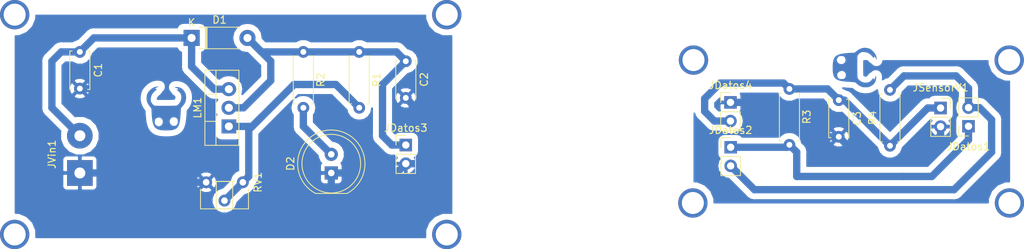
<source format=kicad_pcb>
(kicad_pcb (version 20171130) (host pcbnew "(5.0.0)")

  (general
    (thickness 1.6)
    (drawings 0)
    (tracks 103)
    (zones 0)
    (modules 19)
    (nets 10)
  )

  (page A4)
  (layers
    (0 F.Cu signal)
    (31 B.Cu signal)
    (32 B.Adhes user)
    (33 F.Adhes user)
    (34 B.Paste user)
    (35 F.Paste user)
    (36 B.SilkS user)
    (37 F.SilkS user hide)
    (38 B.Mask user)
    (39 F.Mask user)
    (40 Dwgs.User user)
    (41 Cmts.User user)
    (42 Eco1.User user)
    (43 Eco2.User user)
    (44 Edge.Cuts user)
    (45 Margin user)
    (46 B.CrtYd user hide)
    (47 F.CrtYd user)
    (48 B.Fab user)
    (49 F.Fab user hide)
  )

  (setup
    (last_trace_width 1)
    (trace_clearance 0.8)
    (zone_clearance 0.508)
    (zone_45_only no)
    (trace_min 0.2)
    (segment_width 0.2)
    (edge_width 0.15)
    (via_size 0.8)
    (via_drill 0.4)
    (via_min_size 0.4)
    (via_min_drill 0.3)
    (uvia_size 0.3)
    (uvia_drill 0.1)
    (uvias_allowed no)
    (uvia_min_size 0.2)
    (uvia_min_drill 0.1)
    (pcb_text_width 0.3)
    (pcb_text_size 1.5 1.5)
    (mod_edge_width 0.15)
    (mod_text_size 1 1)
    (mod_text_width 0.15)
    (pad_size 1.7 1.7)
    (pad_drill 1)
    (pad_to_mask_clearance 0.2)
    (aux_axis_origin 0 0)
    (visible_elements 7FFFFFFF)
    (pcbplotparams
      (layerselection 0x010fc_ffffffff)
      (usegerberextensions false)
      (usegerberattributes false)
      (usegerberadvancedattributes false)
      (creategerberjobfile false)
      (excludeedgelayer true)
      (linewidth 0.100000)
      (plotframeref false)
      (viasonmask false)
      (mode 1)
      (useauxorigin false)
      (hpglpennumber 1)
      (hpglpenspeed 20)
      (hpglpendiameter 15.000000)
      (psnegative false)
      (psa4output false)
      (plotreference true)
      (plotvalue true)
      (plotinvisibletext false)
      (padsonsilk false)
      (subtractmaskfromsilk false)
      (outputformat 1)
      (mirror false)
      (drillshape 1)
      (scaleselection 1)
      (outputdirectory ""))
  )

  (net 0 "")
  (net 1 +5V)
  (net 2 GND)
  (net 3 "Net-(C2-Pad1)")
  (net 4 "Net-(D2-Pad2)")
  (net 5 "Net-(JDatos1-Pad2)")
  (net 6 "Net-(JDatos1-Pad1)")
  (net 7 "Net-(LM1-Pad1)")
  (net 8 "Net-(C3-Pad1)")
  (net 9 "Net-(C3-Pad2)")

  (net_class Default "Esta es la clase de red por defecto."
    (clearance 0.8)
    (trace_width 1)
    (via_dia 0.8)
    (via_drill 0.4)
    (uvia_dia 0.3)
    (uvia_drill 0.1)
    (add_net +5V)
    (add_net GND)
    (add_net "Net-(C2-Pad1)")
    (add_net "Net-(C3-Pad1)")
    (add_net "Net-(C3-Pad2)")
    (add_net "Net-(D2-Pad2)")
    (add_net "Net-(JDatos1-Pad1)")
    (add_net "Net-(JDatos1-Pad2)")
    (add_net "Net-(LM1-Pad1)")
  )

  (module Connector_PinSocket_2.54mm:PinSocket_1x02_P2.54mm_Vertical (layer F.Cu) (tedit 5A19A420) (tstamp 5E002F5D)
    (at 196.981492 85.756999 180)
    (descr "Through hole straight socket strip, 1x02, 2.54mm pitch, single row (from Kicad 4.0.7), script generated")
    (tags "Through hole socket strip THT 1x02 2.54mm single row")
    (path /5DDD8FE4)
    (fp_text reference JDatos1 (at 0 -2.77 180) (layer F.SilkS)
      (effects (font (size 1 1) (thickness 0.15)))
    )
    (fp_text value Conn_01x02_Female (at 0 5.31 180) (layer F.Fab)
      (effects (font (size 1 1) (thickness 0.15)))
    )
    (fp_text user %R (at 0 1.27 -90) (layer F.Fab)
      (effects (font (size 1 1) (thickness 0.15)))
    )
    (fp_line (start -1.8 4.3) (end -1.8 -1.8) (layer F.CrtYd) (width 0.05))
    (fp_line (start 1.75 4.3) (end -1.8 4.3) (layer F.CrtYd) (width 0.05))
    (fp_line (start 1.75 -1.8) (end 1.75 4.3) (layer F.CrtYd) (width 0.05))
    (fp_line (start -1.8 -1.8) (end 1.75 -1.8) (layer F.CrtYd) (width 0.05))
    (fp_line (start 0 -1.33) (end 1.33 -1.33) (layer F.SilkS) (width 0.12))
    (fp_line (start 1.33 -1.33) (end 1.33 0) (layer F.SilkS) (width 0.12))
    (fp_line (start 1.33 1.27) (end 1.33 3.87) (layer F.SilkS) (width 0.12))
    (fp_line (start -1.33 3.87) (end 1.33 3.87) (layer F.SilkS) (width 0.12))
    (fp_line (start -1.33 1.27) (end -1.33 3.87) (layer F.SilkS) (width 0.12))
    (fp_line (start -1.33 1.27) (end 1.33 1.27) (layer F.SilkS) (width 0.12))
    (fp_line (start -1.27 3.81) (end -1.27 -1.27) (layer F.Fab) (width 0.1))
    (fp_line (start 1.27 3.81) (end -1.27 3.81) (layer F.Fab) (width 0.1))
    (fp_line (start 1.27 -0.635) (end 1.27 3.81) (layer F.Fab) (width 0.1))
    (fp_line (start 0.635 -1.27) (end 1.27 -0.635) (layer F.Fab) (width 0.1))
    (fp_line (start -1.27 -1.27) (end 0.635 -1.27) (layer F.Fab) (width 0.1))
    (pad 2 thru_hole oval (at 0 2.54 180) (size 1.7 1.7) (drill 1) (layers *.Cu *.Mask)
      (net 5 "Net-(JDatos1-Pad2)"))
    (pad 1 thru_hole rect (at 0 0 180) (size 1.7 1.7) (drill 1) (layers *.Cu *.Mask)
      (net 6 "Net-(JDatos1-Pad1)"))
    (model ${KISYS3DMOD}/Connector_PinSocket_2.54mm.3dshapes/PinSocket_1x02_P2.54mm_Vertical.wrl
      (at (xyz 0 0 0))
      (scale (xyz 1 1 1))
      (rotate (xyz 0 0 0))
    )
  )

  (module Connector_PinSocket_2.54mm:PinSocket_1x02_P2.54mm_Vertical (layer F.Cu) (tedit 5A19A420) (tstamp 5E002DF9)
    (at 193.171492 83.267799)
    (descr "Through hole straight socket strip, 1x02, 2.54mm pitch, single row (from Kicad 4.0.7), script generated")
    (tags "Through hole socket strip THT 1x02 2.54mm single row")
    (path /5DDD8FC0)
    (fp_text reference JSensorV1 (at 0 -2.77) (layer F.SilkS)
      (effects (font (size 1 1) (thickness 0.15)))
    )
    (fp_text value Conn_01x02_Female (at 0 5.31) (layer F.Fab)
      (effects (font (size 1 1) (thickness 0.15)))
    )
    (fp_line (start -1.27 -1.27) (end 0.635 -1.27) (layer F.Fab) (width 0.1))
    (fp_line (start 0.635 -1.27) (end 1.27 -0.635) (layer F.Fab) (width 0.1))
    (fp_line (start 1.27 -0.635) (end 1.27 3.81) (layer F.Fab) (width 0.1))
    (fp_line (start 1.27 3.81) (end -1.27 3.81) (layer F.Fab) (width 0.1))
    (fp_line (start -1.27 3.81) (end -1.27 -1.27) (layer F.Fab) (width 0.1))
    (fp_line (start -1.33 1.27) (end 1.33 1.27) (layer F.SilkS) (width 0.12))
    (fp_line (start -1.33 1.27) (end -1.33 3.87) (layer F.SilkS) (width 0.12))
    (fp_line (start -1.33 3.87) (end 1.33 3.87) (layer F.SilkS) (width 0.12))
    (fp_line (start 1.33 1.27) (end 1.33 3.87) (layer F.SilkS) (width 0.12))
    (fp_line (start 1.33 -1.33) (end 1.33 0) (layer F.SilkS) (width 0.12))
    (fp_line (start 0 -1.33) (end 1.33 -1.33) (layer F.SilkS) (width 0.12))
    (fp_line (start -1.8 -1.8) (end 1.75 -1.8) (layer F.CrtYd) (width 0.05))
    (fp_line (start 1.75 -1.8) (end 1.75 4.3) (layer F.CrtYd) (width 0.05))
    (fp_line (start 1.75 4.3) (end -1.8 4.3) (layer F.CrtYd) (width 0.05))
    (fp_line (start -1.8 4.3) (end -1.8 -1.8) (layer F.CrtYd) (width 0.05))
    (fp_text user %R (at 0 1.27 90) (layer F.Fab)
      (effects (font (size 1 1) (thickness 0.15)))
    )
    (pad 1 thru_hole rect (at 0 0) (size 1.7 1.7) (drill 1) (layers *.Cu *.Mask)
      (net 8 "Net-(C3-Pad1)"))
    (pad 2 thru_hole oval (at 0 2.54) (size 1.7 1.7) (drill 1) (layers *.Cu *.Mask)
      (net 9 "Net-(C3-Pad2)"))
    (model ${KISYS3DMOD}/Connector_PinSocket_2.54mm.3dshapes/PinSocket_1x02_P2.54mm_Vertical.wrl
      (at (xyz 0 0 0))
      (scale (xyz 1 1 1))
      (rotate (xyz 0 0 0))
    )
  )

  (module Connector_PinHeader_2.54mm:PinHeader_1x02_P2.54mm_Vertical (layer F.Cu) (tedit 59FED5CC) (tstamp 5DF31E48)
    (at 120.241284 88.320121)
    (descr "Through hole straight pin header, 1x02, 2.54mm pitch, single row")
    (tags "Through hole pin header THT 1x02 2.54mm single row")
    (path /5DE7CCE0)
    (fp_text reference JDatos3 (at 0 -2.33) (layer F.SilkS)
      (effects (font (size 1 1) (thickness 0.15)))
    )
    (fp_text value Conn_01x02_Female (at 0 4.87) (layer F.Fab)
      (effects (font (size 1 1) (thickness 0.15)))
    )
    (fp_text user %R (at 0 1.27 90) (layer F.Fab)
      (effects (font (size 1 1) (thickness 0.15)))
    )
    (fp_line (start 1.8 -1.8) (end -1.8 -1.8) (layer F.CrtYd) (width 0.05))
    (fp_line (start 1.8 4.35) (end 1.8 -1.8) (layer F.CrtYd) (width 0.05))
    (fp_line (start -1.8 4.35) (end 1.8 4.35) (layer F.CrtYd) (width 0.05))
    (fp_line (start -1.8 -1.8) (end -1.8 4.35) (layer F.CrtYd) (width 0.05))
    (fp_line (start -1.33 -1.33) (end 0 -1.33) (layer F.SilkS) (width 0.12))
    (fp_line (start -1.33 0) (end -1.33 -1.33) (layer F.SilkS) (width 0.12))
    (fp_line (start -1.33 1.27) (end 1.33 1.27) (layer F.SilkS) (width 0.12))
    (fp_line (start 1.33 1.27) (end 1.33 3.87) (layer F.SilkS) (width 0.12))
    (fp_line (start -1.33 1.27) (end -1.33 3.87) (layer F.SilkS) (width 0.12))
    (fp_line (start -1.33 3.87) (end 1.33 3.87) (layer F.SilkS) (width 0.12))
    (fp_line (start -1.27 -0.635) (end -0.635 -1.27) (layer F.Fab) (width 0.1))
    (fp_line (start -1.27 3.81) (end -1.27 -0.635) (layer F.Fab) (width 0.1))
    (fp_line (start 1.27 3.81) (end -1.27 3.81) (layer F.Fab) (width 0.1))
    (fp_line (start 1.27 -1.27) (end 1.27 3.81) (layer F.Fab) (width 0.1))
    (fp_line (start -0.635 -1.27) (end 1.27 -1.27) (layer F.Fab) (width 0.1))
    (pad 2 thru_hole oval (at 0 2.54) (size 1.7 1.7) (drill 1) (layers *.Cu *.Mask)
      (net 2 GND))
    (pad 1 thru_hole rect (at 0 0) (size 1.7 1.7) (drill 1) (layers *.Cu *.Mask)
      (net 3 "Net-(C2-Pad1)"))
    (model ${KISYS3DMOD}/Connector_PinHeader_2.54mm.3dshapes/PinHeader_1x02_P2.54mm_Vertical.wrl
      (at (xyz 0 0 0))
      (scale (xyz 1 1 1))
      (rotate (xyz 0 0 0))
    )
  )

  (module Connector_Wire:SolderWirePad_1x02_P5.08mm_Drill1.5mm (layer F.Cu) (tedit 5AEE5F19) (tstamp 5DF3155C)
    (at 75.791284 92.130121 90)
    (descr "Wire solder connection")
    (tags connector)
    (path /5DDDBD7E)
    (attr virtual)
    (fp_text reference JVin1 (at 2.54 -3.81 90) (layer F.SilkS)
      (effects (font (size 1 1) (thickness 0.15)))
    )
    (fp_text value Conn_01x02_Female (at 2.54 3.81 90) (layer F.Fab)
      (effects (font (size 1 1) (thickness 0.15)))
    )
    (fp_text user %R (at 2.54 0 90) (layer F.Fab)
      (effects (font (size 1 1) (thickness 0.15)))
    )
    (fp_line (start -2.25 -2.25) (end 7.33 -2.25) (layer F.CrtYd) (width 0.05))
    (fp_line (start -2.25 -2.25) (end -2.25 2.25) (layer F.CrtYd) (width 0.05))
    (fp_line (start 7.33 2.25) (end 7.33 -2.25) (layer F.CrtYd) (width 0.05))
    (fp_line (start 7.33 2.25) (end -2.25 2.25) (layer F.CrtYd) (width 0.05))
    (pad 1 thru_hole rect (at 0 0 90) (size 3.50012 3.50012) (drill 1.50114) (layers *.Cu *.Mask)
      (net 2 GND))
    (pad 2 thru_hole circle (at 5.08 0 90) (size 3.50012 3.50012) (drill 1.50114) (layers *.Cu *.Mask)
      (net 1 +5V))
  )

  (module Resistor_THT:R_Axial_DIN0207_L6.3mm_D2.5mm_P7.62mm_Horizontal (layer F.Cu) (tedit 5AE5139B) (tstamp 5E002D0E)
    (at 172.557383 80.670339 270)
    (descr "Resistor, Axial_DIN0207 series, Axial, Horizontal, pin pitch=7.62mm, 0.25W = 1/4W, length*diameter=6.3*2.5mm^2, http://cdn-reichelt.de/documents/datenblatt/B400/1_4W%23YAG.pdf")
    (tags "Resistor Axial_DIN0207 series Axial Horizontal pin pitch 7.62mm 0.25W = 1/4W length 6.3mm diameter 2.5mm")
    (path /5DE68E24)
    (fp_text reference R3 (at 3.81 -2.37 270) (layer F.SilkS)
      (effects (font (size 1 1) (thickness 0.15)))
    )
    (fp_text value R (at 3.81 2.37 270) (layer F.Fab)
      (effects (font (size 1 1) (thickness 0.15)))
    )
    (fp_line (start 0.66 -1.25) (end 0.66 1.25) (layer F.Fab) (width 0.1))
    (fp_line (start 0.66 1.25) (end 6.96 1.25) (layer F.Fab) (width 0.1))
    (fp_line (start 6.96 1.25) (end 6.96 -1.25) (layer F.Fab) (width 0.1))
    (fp_line (start 6.96 -1.25) (end 0.66 -1.25) (layer F.Fab) (width 0.1))
    (fp_line (start 0 0) (end 0.66 0) (layer F.Fab) (width 0.1))
    (fp_line (start 7.62 0) (end 6.96 0) (layer F.Fab) (width 0.1))
    (fp_line (start 0.54 -1.04) (end 0.54 -1.37) (layer F.SilkS) (width 0.12))
    (fp_line (start 0.54 -1.37) (end 7.08 -1.37) (layer F.SilkS) (width 0.12))
    (fp_line (start 7.08 -1.37) (end 7.08 -1.04) (layer F.SilkS) (width 0.12))
    (fp_line (start 0.54 1.04) (end 0.54 1.37) (layer F.SilkS) (width 0.12))
    (fp_line (start 0.54 1.37) (end 7.08 1.37) (layer F.SilkS) (width 0.12))
    (fp_line (start 7.08 1.37) (end 7.08 1.04) (layer F.SilkS) (width 0.12))
    (fp_line (start -1.05 -1.5) (end -1.05 1.5) (layer F.CrtYd) (width 0.05))
    (fp_line (start -1.05 1.5) (end 8.67 1.5) (layer F.CrtYd) (width 0.05))
    (fp_line (start 8.67 1.5) (end 8.67 -1.5) (layer F.CrtYd) (width 0.05))
    (fp_line (start 8.67 -1.5) (end -1.05 -1.5) (layer F.CrtYd) (width 0.05))
    (fp_text user %R (at 3.81 0 270) (layer F.Fab)
      (effects (font (size 1 1) (thickness 0.15)))
    )
    (pad 1 thru_hole circle (at 0 0 270) (size 1.6 1.6) (drill 0.8) (layers *.Cu *.Mask)
      (net 8 "Net-(C3-Pad1)"))
    (pad 2 thru_hole oval (at 7.62 0 270) (size 1.6 1.6) (drill 0.8) (layers *.Cu *.Mask)
      (net 6 "Net-(JDatos1-Pad1)"))
    (model ${KISYS3DMOD}/Resistor_THT.3dshapes/R_Axial_DIN0207_L6.3mm_D2.5mm_P7.62mm_Horizontal.wrl
      (at (xyz 0 0 0))
      (scale (xyz 1 1 1))
      (rotate (xyz 0 0 0))
    )
  )

  (module Capacitor_THT:C_Disc_D5.0mm_W2.5mm_P5.00mm (layer F.Cu) (tedit 5AE50EF0) (tstamp 5DF31F9E)
    (at 75.791284 75.620121 270)
    (descr "C, Disc series, Radial, pin pitch=5.00mm, , diameter*width=5*2.5mm^2, Capacitor, http://cdn-reichelt.de/documents/datenblatt/B300/DS_KERKO_TC.pdf")
    (tags "C Disc series Radial pin pitch 5.00mm  diameter 5mm width 2.5mm Capacitor")
    (path /5DDD934C)
    (fp_text reference C1 (at 2.5 -2.5 270) (layer F.SilkS)
      (effects (font (size 1 1) (thickness 0.15)))
    )
    (fp_text value C (at 2.5 2.5 270) (layer F.Fab)
      (effects (font (size 1 1) (thickness 0.15)))
    )
    (fp_line (start 0 -1.25) (end 0 1.25) (layer F.Fab) (width 0.1))
    (fp_line (start 0 1.25) (end 5 1.25) (layer F.Fab) (width 0.1))
    (fp_line (start 5 1.25) (end 5 -1.25) (layer F.Fab) (width 0.1))
    (fp_line (start 5 -1.25) (end 0 -1.25) (layer F.Fab) (width 0.1))
    (fp_line (start -0.12 -1.37) (end 5.12 -1.37) (layer F.SilkS) (width 0.12))
    (fp_line (start -0.12 1.37) (end 5.12 1.37) (layer F.SilkS) (width 0.12))
    (fp_line (start -0.12 -1.37) (end -0.12 -1.055) (layer F.SilkS) (width 0.12))
    (fp_line (start -0.12 1.055) (end -0.12 1.37) (layer F.SilkS) (width 0.12))
    (fp_line (start 5.12 -1.37) (end 5.12 -1.055) (layer F.SilkS) (width 0.12))
    (fp_line (start 5.12 1.055) (end 5.12 1.37) (layer F.SilkS) (width 0.12))
    (fp_line (start -1.05 -1.5) (end -1.05 1.5) (layer F.CrtYd) (width 0.05))
    (fp_line (start -1.05 1.5) (end 6.05 1.5) (layer F.CrtYd) (width 0.05))
    (fp_line (start 6.05 1.5) (end 6.05 -1.5) (layer F.CrtYd) (width 0.05))
    (fp_line (start 6.05 -1.5) (end -1.05 -1.5) (layer F.CrtYd) (width 0.05))
    (fp_text user %R (at 2.5 0 270) (layer F.Fab)
      (effects (font (size 1 1) (thickness 0.15)))
    )
    (pad 1 thru_hole circle (at 0 0 270) (size 1.6 1.6) (drill 0.8) (layers *.Cu *.Mask)
      (net 1 +5V))
    (pad 2 thru_hole circle (at 5 0 270) (size 1.6 1.6) (drill 0.8) (layers *.Cu *.Mask)
      (net 2 GND))
    (model ${KISYS3DMOD}/Capacitor_THT.3dshapes/C_Disc_D5.0mm_W2.5mm_P5.00mm.wrl
      (at (xyz 0 0 0))
      (scale (xyz 1 1 1))
      (rotate (xyz 0 0 0))
    )
  )

  (module Capacitor_THT:C_Disc_D5.0mm_W2.5mm_P5.00mm (layer F.Cu) (tedit 5AE50EF0) (tstamp 5DF32435)
    (at 120.241284 76.890121 270)
    (descr "C, Disc series, Radial, pin pitch=5.00mm, , diameter*width=5*2.5mm^2, Capacitor, http://cdn-reichelt.de/documents/datenblatt/B300/DS_KERKO_TC.pdf")
    (tags "C Disc series Radial pin pitch 5.00mm  diameter 5mm width 2.5mm Capacitor")
    (path /5DDDA03F)
    (fp_text reference C2 (at 2.5 -2.5 270) (layer F.SilkS)
      (effects (font (size 1 1) (thickness 0.15)))
    )
    (fp_text value C (at 2.5 2.5 270) (layer F.Fab)
      (effects (font (size 1 1) (thickness 0.15)))
    )
    (fp_text user %R (at 2.5 0 270) (layer F.Fab)
      (effects (font (size 1 1) (thickness 0.15)))
    )
    (fp_line (start 6.05 -1.5) (end -1.05 -1.5) (layer F.CrtYd) (width 0.05))
    (fp_line (start 6.05 1.5) (end 6.05 -1.5) (layer F.CrtYd) (width 0.05))
    (fp_line (start -1.05 1.5) (end 6.05 1.5) (layer F.CrtYd) (width 0.05))
    (fp_line (start -1.05 -1.5) (end -1.05 1.5) (layer F.CrtYd) (width 0.05))
    (fp_line (start 5.12 1.055) (end 5.12 1.37) (layer F.SilkS) (width 0.12))
    (fp_line (start 5.12 -1.37) (end 5.12 -1.055) (layer F.SilkS) (width 0.12))
    (fp_line (start -0.12 1.055) (end -0.12 1.37) (layer F.SilkS) (width 0.12))
    (fp_line (start -0.12 -1.37) (end -0.12 -1.055) (layer F.SilkS) (width 0.12))
    (fp_line (start -0.12 1.37) (end 5.12 1.37) (layer F.SilkS) (width 0.12))
    (fp_line (start -0.12 -1.37) (end 5.12 -1.37) (layer F.SilkS) (width 0.12))
    (fp_line (start 5 -1.25) (end 0 -1.25) (layer F.Fab) (width 0.1))
    (fp_line (start 5 1.25) (end 5 -1.25) (layer F.Fab) (width 0.1))
    (fp_line (start 0 1.25) (end 5 1.25) (layer F.Fab) (width 0.1))
    (fp_line (start 0 -1.25) (end 0 1.25) (layer F.Fab) (width 0.1))
    (pad 2 thru_hole circle (at 5 0 270) (size 1.6 1.6) (drill 0.8) (layers *.Cu *.Mask)
      (net 2 GND))
    (pad 1 thru_hole circle (at 0 0 270) (size 1.6 1.6) (drill 0.8) (layers *.Cu *.Mask)
      (net 3 "Net-(C2-Pad1)"))
    (model ${KISYS3DMOD}/Capacitor_THT.3dshapes/C_Disc_D5.0mm_W2.5mm_P5.00mm.wrl
      (at (xyz 0 0 0))
      (scale (xyz 1 1 1))
      (rotate (xyz 0 0 0))
    )
  )

  (module Capacitor_THT:C_Disc_D5.0mm_W2.5mm_P5.00mm (layer F.Cu) (tedit 5AE50EF0) (tstamp 5DF313C3)
    (at 179.288383 82.194339 270)
    (descr "C, Disc series, Radial, pin pitch=5.00mm, , diameter*width=5*2.5mm^2, Capacitor, http://cdn-reichelt.de/documents/datenblatt/B300/DS_KERKO_TC.pdf")
    (tags "C Disc series Radial pin pitch 5.00mm  diameter 5mm width 2.5mm Capacitor")
    (path /5DE70865)
    (fp_text reference C3 (at 2.5 -2.5 270) (layer F.SilkS)
      (effects (font (size 1 1) (thickness 0.15)))
    )
    (fp_text value C (at 2.5 2.5 270) (layer F.Fab)
      (effects (font (size 1 1) (thickness 0.15)))
    )
    (fp_line (start 0 -1.25) (end 0 1.25) (layer F.Fab) (width 0.1))
    (fp_line (start 0 1.25) (end 5 1.25) (layer F.Fab) (width 0.1))
    (fp_line (start 5 1.25) (end 5 -1.25) (layer F.Fab) (width 0.1))
    (fp_line (start 5 -1.25) (end 0 -1.25) (layer F.Fab) (width 0.1))
    (fp_line (start -0.12 -1.37) (end 5.12 -1.37) (layer F.SilkS) (width 0.12))
    (fp_line (start -0.12 1.37) (end 5.12 1.37) (layer F.SilkS) (width 0.12))
    (fp_line (start -0.12 -1.37) (end -0.12 -1.055) (layer F.SilkS) (width 0.12))
    (fp_line (start -0.12 1.055) (end -0.12 1.37) (layer F.SilkS) (width 0.12))
    (fp_line (start 5.12 -1.37) (end 5.12 -1.055) (layer F.SilkS) (width 0.12))
    (fp_line (start 5.12 1.055) (end 5.12 1.37) (layer F.SilkS) (width 0.12))
    (fp_line (start -1.05 -1.5) (end -1.05 1.5) (layer F.CrtYd) (width 0.05))
    (fp_line (start -1.05 1.5) (end 6.05 1.5) (layer F.CrtYd) (width 0.05))
    (fp_line (start 6.05 1.5) (end 6.05 -1.5) (layer F.CrtYd) (width 0.05))
    (fp_line (start 6.05 -1.5) (end -1.05 -1.5) (layer F.CrtYd) (width 0.05))
    (fp_text user %R (at 2.5 0 270) (layer F.Fab)
      (effects (font (size 1 1) (thickness 0.15)))
    )
    (pad 1 thru_hole circle (at 0 0 270) (size 1.6 1.6) (drill 0.8) (layers *.Cu *.Mask)
      (net 8 "Net-(C3-Pad1)"))
    (pad 2 thru_hole circle (at 5 0 270) (size 1.6 1.6) (drill 0.8) (layers *.Cu *.Mask)
      (net 9 "Net-(C3-Pad2)"))
    (model ${KISYS3DMOD}/Capacitor_THT.3dshapes/C_Disc_D5.0mm_W2.5mm_P5.00mm.wrl
      (at (xyz 0 0 0))
      (scale (xyz 1 1 1))
      (rotate (xyz 0 0 0))
    )
  )

  (module Diode_THT:D_DO-41_SOD81_P7.62mm_Horizontal (layer F.Cu) (tedit 5AE50CD5) (tstamp 5DF3211C)
    (at 91.031284 73.715121)
    (descr "Diode, DO-41_SOD81 series, Axial, Horizontal, pin pitch=7.62mm, , length*diameter=5.2*2.7mm^2, , http://www.diodes.com/_files/packages/DO-41%20(Plastic).pdf")
    (tags "Diode DO-41_SOD81 series Axial Horizontal pin pitch 7.62mm  length 5.2mm diameter 2.7mm")
    (path /5DDDAB1D)
    (fp_text reference D1 (at 3.81 -2.47) (layer F.SilkS)
      (effects (font (size 1 1) (thickness 0.15)))
    )
    (fp_text value D (at 3.81 2.47) (layer F.Fab)
      (effects (font (size 1 1) (thickness 0.15)))
    )
    (fp_line (start 1.21 -1.35) (end 1.21 1.35) (layer F.Fab) (width 0.1))
    (fp_line (start 1.21 1.35) (end 6.41 1.35) (layer F.Fab) (width 0.1))
    (fp_line (start 6.41 1.35) (end 6.41 -1.35) (layer F.Fab) (width 0.1))
    (fp_line (start 6.41 -1.35) (end 1.21 -1.35) (layer F.Fab) (width 0.1))
    (fp_line (start 0 0) (end 1.21 0) (layer F.Fab) (width 0.1))
    (fp_line (start 7.62 0) (end 6.41 0) (layer F.Fab) (width 0.1))
    (fp_line (start 1.99 -1.35) (end 1.99 1.35) (layer F.Fab) (width 0.1))
    (fp_line (start 2.09 -1.35) (end 2.09 1.35) (layer F.Fab) (width 0.1))
    (fp_line (start 1.89 -1.35) (end 1.89 1.35) (layer F.Fab) (width 0.1))
    (fp_line (start 1.09 -1.34) (end 1.09 -1.47) (layer F.SilkS) (width 0.12))
    (fp_line (start 1.09 -1.47) (end 6.53 -1.47) (layer F.SilkS) (width 0.12))
    (fp_line (start 6.53 -1.47) (end 6.53 -1.34) (layer F.SilkS) (width 0.12))
    (fp_line (start 1.09 1.34) (end 1.09 1.47) (layer F.SilkS) (width 0.12))
    (fp_line (start 1.09 1.47) (end 6.53 1.47) (layer F.SilkS) (width 0.12))
    (fp_line (start 6.53 1.47) (end 6.53 1.34) (layer F.SilkS) (width 0.12))
    (fp_line (start 1.99 -1.47) (end 1.99 1.47) (layer F.SilkS) (width 0.12))
    (fp_line (start 2.11 -1.47) (end 2.11 1.47) (layer F.SilkS) (width 0.12))
    (fp_line (start 1.87 -1.47) (end 1.87 1.47) (layer F.SilkS) (width 0.12))
    (fp_line (start -1.35 -1.6) (end -1.35 1.6) (layer F.CrtYd) (width 0.05))
    (fp_line (start -1.35 1.6) (end 8.97 1.6) (layer F.CrtYd) (width 0.05))
    (fp_line (start 8.97 1.6) (end 8.97 -1.6) (layer F.CrtYd) (width 0.05))
    (fp_line (start 8.97 -1.6) (end -1.35 -1.6) (layer F.CrtYd) (width 0.05))
    (fp_text user %R (at 4.2 0) (layer F.Fab)
      (effects (font (size 1 1) (thickness 0.15)))
    )
    (fp_text user K (at 0 -2.1) (layer F.Fab)
      (effects (font (size 1 1) (thickness 0.15)))
    )
    (fp_text user K (at 0 -2.1) (layer F.SilkS)
      (effects (font (size 1 1) (thickness 0.15)))
    )
    (pad 1 thru_hole rect (at 0 0) (size 2.2 2.2) (drill 1.1) (layers *.Cu *.Mask)
      (net 1 +5V))
    (pad 2 thru_hole oval (at 7.62 0) (size 2.2 2.2) (drill 1.1) (layers *.Cu *.Mask)
      (net 3 "Net-(C2-Pad1)"))
    (model ${KISYS3DMOD}/Diode_THT.3dshapes/D_DO-41_SOD81_P7.62mm_Horizontal.wrl
      (at (xyz 0 0 0))
      (scale (xyz 1 1 1))
      (rotate (xyz 0 0 0))
    )
  )

  (module LED_THT:LED_D8.0mm (layer F.Cu) (tedit 587A3A7B) (tstamp 5DF2FB5B)
    (at 110.081284 92.130121 90)
    (descr "LED, diameter 8.0mm, 2 pins, http://cdn-reichelt.de/documents/datenblatt/A500/LED8MMGE_LED8MMGN_LED8MMRT%23KIN.pdf")
    (tags "LED diameter 8.0mm 2 pins")
    (path /5DDDCEDF)
    (fp_text reference D2 (at 1.27 -5.56 90) (layer F.SilkS)
      (effects (font (size 1 1) (thickness 0.15)))
    )
    (fp_text value LED (at 1.27 5.56 90) (layer F.Fab)
      (effects (font (size 1 1) (thickness 0.15)))
    )
    (fp_arc (start 1.27 0) (end -2.73 -2.061553) (angle 305.5) (layer F.Fab) (width 0.1))
    (fp_arc (start 1.27 0) (end -2.79 -2.141145) (angle 152.2) (layer F.SilkS) (width 0.12))
    (fp_arc (start 1.27 0) (end -2.79 2.141145) (angle -152.2) (layer F.SilkS) (width 0.12))
    (fp_circle (center 1.27 0) (end 5.27 0) (layer F.Fab) (width 0.1))
    (fp_circle (center 1.27 0) (end 5.27 0) (layer F.SilkS) (width 0.12))
    (fp_line (start -2.73 -2.061553) (end -2.73 2.061553) (layer F.Fab) (width 0.1))
    (fp_line (start -2.79 -2.142) (end -2.79 2.142) (layer F.SilkS) (width 0.12))
    (fp_line (start -3.55 -4.85) (end -3.55 4.85) (layer F.CrtYd) (width 0.05))
    (fp_line (start -3.55 4.85) (end 6.1 4.85) (layer F.CrtYd) (width 0.05))
    (fp_line (start 6.1 4.85) (end 6.1 -4.85) (layer F.CrtYd) (width 0.05))
    (fp_line (start 6.1 -4.85) (end -3.55 -4.85) (layer F.CrtYd) (width 0.05))
    (pad 1 thru_hole rect (at 0 0 90) (size 1.8 1.8) (drill 0.9) (layers *.Cu *.Mask)
      (net 2 GND))
    (pad 2 thru_hole circle (at 2.54 0 90) (size 1.8 1.8) (drill 0.9) (layers *.Cu *.Mask)
      (net 4 "Net-(D2-Pad2)"))
    (model ${KISYS3DMOD}/LED_THT.3dshapes/LED_D8.0mm.wrl
      (at (xyz 0 0 0))
      (scale (xyz 1 1 1))
      (rotate (xyz 0 0 0))
    )
  )

  (module Connector_PinHeader_2.54mm:PinHeader_1x02_P2.54mm_Vertical (layer F.Cu) (tedit 59FED5CC) (tstamp 5DF31991)
    (at 164.545692 88.62325)
    (descr "Through hole straight pin header, 1x02, 2.54mm pitch, single row")
    (tags "Through hole pin header THT 1x02 2.54mm single row")
    (path /5DDDBD14)
    (fp_text reference JDatos2 (at 0 -2.33) (layer F.SilkS)
      (effects (font (size 1 1) (thickness 0.15)))
    )
    (fp_text value Conn_01x02_Female (at 0 4.87) (layer F.Fab)
      (effects (font (size 1 1) (thickness 0.15)))
    )
    (fp_line (start -0.635 -1.27) (end 1.27 -1.27) (layer F.Fab) (width 0.1))
    (fp_line (start 1.27 -1.27) (end 1.27 3.81) (layer F.Fab) (width 0.1))
    (fp_line (start 1.27 3.81) (end -1.27 3.81) (layer F.Fab) (width 0.1))
    (fp_line (start -1.27 3.81) (end -1.27 -0.635) (layer F.Fab) (width 0.1))
    (fp_line (start -1.27 -0.635) (end -0.635 -1.27) (layer F.Fab) (width 0.1))
    (fp_line (start -1.33 3.87) (end 1.33 3.87) (layer F.SilkS) (width 0.12))
    (fp_line (start -1.33 1.27) (end -1.33 3.87) (layer F.SilkS) (width 0.12))
    (fp_line (start 1.33 1.27) (end 1.33 3.87) (layer F.SilkS) (width 0.12))
    (fp_line (start -1.33 1.27) (end 1.33 1.27) (layer F.SilkS) (width 0.12))
    (fp_line (start -1.33 0) (end -1.33 -1.33) (layer F.SilkS) (width 0.12))
    (fp_line (start -1.33 -1.33) (end 0 -1.33) (layer F.SilkS) (width 0.12))
    (fp_line (start -1.8 -1.8) (end -1.8 4.35) (layer F.CrtYd) (width 0.05))
    (fp_line (start -1.8 4.35) (end 1.8 4.35) (layer F.CrtYd) (width 0.05))
    (fp_line (start 1.8 4.35) (end 1.8 -1.8) (layer F.CrtYd) (width 0.05))
    (fp_line (start 1.8 -1.8) (end -1.8 -1.8) (layer F.CrtYd) (width 0.05))
    (fp_text user %R (at 0 1.27 90) (layer F.Fab)
      (effects (font (size 1 1) (thickness 0.15)))
    )
    (pad 1 thru_hole rect (at 0 0) (size 1.7 1.7) (drill 1) (layers *.Cu *.Mask)
      (net 6 "Net-(JDatos1-Pad1)"))
    (pad 2 thru_hole oval (at 0 2.54) (size 1.7 1.7) (drill 1) (layers *.Cu *.Mask)
      (net 5 "Net-(JDatos1-Pad2)"))
    (model ${KISYS3DMOD}/Connector_PinHeader_2.54mm.3dshapes/PinHeader_1x02_P2.54mm_Vertical.wrl
      (at (xyz 0 0 0))
      (scale (xyz 1 1 1))
      (rotate (xyz 0 0 0))
    )
  )

  (module Package_TO_SOT_THT:TO-220-3_Vertical (layer F.Cu) (tedit 5AC8BA0D) (tstamp 5DF318D0)
    (at 96.111284 85.780121 90)
    (descr "TO-220-3, Vertical, RM 2.54mm, see https://www.vishay.com/docs/66542/to-220-1.pdf")
    (tags "TO-220-3 Vertical RM 2.54mm")
    (path /5DDD903D)
    (fp_text reference LM1 (at 2.54 -4.27 90) (layer F.SilkS)
      (effects (font (size 1 1) (thickness 0.15)))
    )
    (fp_text value LM317_3PinPackage (at 2.54 2.5 90) (layer F.Fab)
      (effects (font (size 1 1) (thickness 0.15)))
    )
    (fp_line (start -2.46 -3.15) (end -2.46 1.25) (layer F.Fab) (width 0.1))
    (fp_line (start -2.46 1.25) (end 7.54 1.25) (layer F.Fab) (width 0.1))
    (fp_line (start 7.54 1.25) (end 7.54 -3.15) (layer F.Fab) (width 0.1))
    (fp_line (start 7.54 -3.15) (end -2.46 -3.15) (layer F.Fab) (width 0.1))
    (fp_line (start -2.46 -1.88) (end 7.54 -1.88) (layer F.Fab) (width 0.1))
    (fp_line (start 0.69 -3.15) (end 0.69 -1.88) (layer F.Fab) (width 0.1))
    (fp_line (start 4.39 -3.15) (end 4.39 -1.88) (layer F.Fab) (width 0.1))
    (fp_line (start -2.58 -3.27) (end 7.66 -3.27) (layer F.SilkS) (width 0.12))
    (fp_line (start -2.58 1.371) (end 7.66 1.371) (layer F.SilkS) (width 0.12))
    (fp_line (start -2.58 -3.27) (end -2.58 1.371) (layer F.SilkS) (width 0.12))
    (fp_line (start 7.66 -3.27) (end 7.66 1.371) (layer F.SilkS) (width 0.12))
    (fp_line (start -2.58 -1.76) (end 7.66 -1.76) (layer F.SilkS) (width 0.12))
    (fp_line (start 0.69 -3.27) (end 0.69 -1.76) (layer F.SilkS) (width 0.12))
    (fp_line (start 4.391 -3.27) (end 4.391 -1.76) (layer F.SilkS) (width 0.12))
    (fp_line (start -2.71 -3.4) (end -2.71 1.51) (layer F.CrtYd) (width 0.05))
    (fp_line (start -2.71 1.51) (end 7.79 1.51) (layer F.CrtYd) (width 0.05))
    (fp_line (start 7.79 1.51) (end 7.79 -3.4) (layer F.CrtYd) (width 0.05))
    (fp_line (start 7.79 -3.4) (end -2.71 -3.4) (layer F.CrtYd) (width 0.05))
    (fp_text user %R (at 2.54 -4.27 90) (layer F.Fab)
      (effects (font (size 1 1) (thickness 0.15)))
    )
    (pad 1 thru_hole rect (at 0 0 90) (size 1.905 2) (drill 1.1) (layers *.Cu *.Mask)
      (net 7 "Net-(LM1-Pad1)"))
    (pad 2 thru_hole oval (at 2.54 0 90) (size 1.905 2) (drill 1.1) (layers *.Cu *.Mask)
      (net 3 "Net-(C2-Pad1)"))
    (pad 3 thru_hole oval (at 5.08 0 90) (size 1.905 2) (drill 1.1) (layers *.Cu *.Mask)
      (net 1 +5V))
    (model ${KISYS3DMOD}/Package_TO_SOT_THT.3dshapes/TO-220-3_Vertical.wrl
      (at (xyz 0 0 0))
      (scale (xyz 1 1 1))
      (rotate (xyz 0 0 0))
    )
  )

  (module Resistor_THT:R_Axial_DIN0207_L6.3mm_D2.5mm_P7.62mm_Horizontal (layer F.Cu) (tedit 5AE5139B) (tstamp 5DF2FBD9)
    (at 113.891284 75.620121 270)
    (descr "Resistor, Axial_DIN0207 series, Axial, Horizontal, pin pitch=7.62mm, 0.25W = 1/4W, length*diameter=6.3*2.5mm^2, http://cdn-reichelt.de/documents/datenblatt/B400/1_4W%23YAG.pdf")
    (tags "Resistor Axial_DIN0207 series Axial Horizontal pin pitch 7.62mm 0.25W = 1/4W length 6.3mm diameter 2.5mm")
    (path /5DDD91D0)
    (fp_text reference R1 (at 3.81 -2.37 270) (layer F.SilkS)
      (effects (font (size 1 1) (thickness 0.15)))
    )
    (fp_text value R (at 3.81 2.37 270) (layer F.Fab)
      (effects (font (size 1 1) (thickness 0.15)))
    )
    (fp_line (start 0.66 -1.25) (end 0.66 1.25) (layer F.Fab) (width 0.1))
    (fp_line (start 0.66 1.25) (end 6.96 1.25) (layer F.Fab) (width 0.1))
    (fp_line (start 6.96 1.25) (end 6.96 -1.25) (layer F.Fab) (width 0.1))
    (fp_line (start 6.96 -1.25) (end 0.66 -1.25) (layer F.Fab) (width 0.1))
    (fp_line (start 0 0) (end 0.66 0) (layer F.Fab) (width 0.1))
    (fp_line (start 7.62 0) (end 6.96 0) (layer F.Fab) (width 0.1))
    (fp_line (start 0.54 -1.04) (end 0.54 -1.37) (layer F.SilkS) (width 0.12))
    (fp_line (start 0.54 -1.37) (end 7.08 -1.37) (layer F.SilkS) (width 0.12))
    (fp_line (start 7.08 -1.37) (end 7.08 -1.04) (layer F.SilkS) (width 0.12))
    (fp_line (start 0.54 1.04) (end 0.54 1.37) (layer F.SilkS) (width 0.12))
    (fp_line (start 0.54 1.37) (end 7.08 1.37) (layer F.SilkS) (width 0.12))
    (fp_line (start 7.08 1.37) (end 7.08 1.04) (layer F.SilkS) (width 0.12))
    (fp_line (start -1.05 -1.5) (end -1.05 1.5) (layer F.CrtYd) (width 0.05))
    (fp_line (start -1.05 1.5) (end 8.67 1.5) (layer F.CrtYd) (width 0.05))
    (fp_line (start 8.67 1.5) (end 8.67 -1.5) (layer F.CrtYd) (width 0.05))
    (fp_line (start 8.67 -1.5) (end -1.05 -1.5) (layer F.CrtYd) (width 0.05))
    (fp_text user %R (at 3.81 0 270) (layer F.Fab)
      (effects (font (size 1 1) (thickness 0.15)))
    )
    (pad 1 thru_hole circle (at 0 0 270) (size 1.6 1.6) (drill 0.8) (layers *.Cu *.Mask)
      (net 3 "Net-(C2-Pad1)"))
    (pad 2 thru_hole oval (at 7.62 0 270) (size 1.6 1.6) (drill 0.8) (layers *.Cu *.Mask)
      (net 7 "Net-(LM1-Pad1)"))
    (model ${KISYS3DMOD}/Resistor_THT.3dshapes/R_Axial_DIN0207_L6.3mm_D2.5mm_P7.62mm_Horizontal.wrl
      (at (xyz 0 0 0))
      (scale (xyz 1 1 1))
      (rotate (xyz 0 0 0))
    )
  )

  (module Resistor_THT:R_Axial_DIN0207_L6.3mm_D2.5mm_P7.62mm_Horizontal (layer F.Cu) (tedit 5AE5139B) (tstamp 5DF30E75)
    (at 106.271284 75.620121 270)
    (descr "Resistor, Axial_DIN0207 series, Axial, Horizontal, pin pitch=7.62mm, 0.25W = 1/4W, length*diameter=6.3*2.5mm^2, http://cdn-reichelt.de/documents/datenblatt/B400/1_4W%23YAG.pdf")
    (tags "Resistor Axial_DIN0207 series Axial Horizontal pin pitch 7.62mm 0.25W = 1/4W length 6.3mm diameter 2.5mm")
    (path /5DDDCE34)
    (fp_text reference R2 (at 3.81 -2.37 270) (layer F.SilkS)
      (effects (font (size 1 1) (thickness 0.15)))
    )
    (fp_text value R (at 3.81 2.37 270) (layer F.Fab)
      (effects (font (size 1 1) (thickness 0.15)))
    )
    (fp_text user %R (at 3.81 0 270) (layer F.Fab)
      (effects (font (size 1 1) (thickness 0.15)))
    )
    (fp_line (start 8.67 -1.5) (end -1.05 -1.5) (layer F.CrtYd) (width 0.05))
    (fp_line (start 8.67 1.5) (end 8.67 -1.5) (layer F.CrtYd) (width 0.05))
    (fp_line (start -1.05 1.5) (end 8.67 1.5) (layer F.CrtYd) (width 0.05))
    (fp_line (start -1.05 -1.5) (end -1.05 1.5) (layer F.CrtYd) (width 0.05))
    (fp_line (start 7.08 1.37) (end 7.08 1.04) (layer F.SilkS) (width 0.12))
    (fp_line (start 0.54 1.37) (end 7.08 1.37) (layer F.SilkS) (width 0.12))
    (fp_line (start 0.54 1.04) (end 0.54 1.37) (layer F.SilkS) (width 0.12))
    (fp_line (start 7.08 -1.37) (end 7.08 -1.04) (layer F.SilkS) (width 0.12))
    (fp_line (start 0.54 -1.37) (end 7.08 -1.37) (layer F.SilkS) (width 0.12))
    (fp_line (start 0.54 -1.04) (end 0.54 -1.37) (layer F.SilkS) (width 0.12))
    (fp_line (start 7.62 0) (end 6.96 0) (layer F.Fab) (width 0.1))
    (fp_line (start 0 0) (end 0.66 0) (layer F.Fab) (width 0.1))
    (fp_line (start 6.96 -1.25) (end 0.66 -1.25) (layer F.Fab) (width 0.1))
    (fp_line (start 6.96 1.25) (end 6.96 -1.25) (layer F.Fab) (width 0.1))
    (fp_line (start 0.66 1.25) (end 6.96 1.25) (layer F.Fab) (width 0.1))
    (fp_line (start 0.66 -1.25) (end 0.66 1.25) (layer F.Fab) (width 0.1))
    (pad 2 thru_hole oval (at 7.62 0 270) (size 1.6 1.6) (drill 0.8) (layers *.Cu *.Mask)
      (net 4 "Net-(D2-Pad2)"))
    (pad 1 thru_hole circle (at 0 0 270) (size 1.6 1.6) (drill 0.8) (layers *.Cu *.Mask)
      (net 3 "Net-(C2-Pad1)"))
    (model ${KISYS3DMOD}/Resistor_THT.3dshapes/R_Axial_DIN0207_L6.3mm_D2.5mm_P7.62mm_Horizontal.wrl
      (at (xyz 0 0 0))
      (scale (xyz 1 1 1))
      (rotate (xyz 0 0 0))
    )
  )

  (module Resistor_THT:R_Axial_DIN0207_L6.3mm_D2.5mm_P7.62mm_Horizontal (layer F.Cu) (tedit 5AE5139B) (tstamp 5DF328B6)
    (at 186.273383 88.417339 90)
    (descr "Resistor, Axial_DIN0207 series, Axial, Horizontal, pin pitch=7.62mm, 0.25W = 1/4W, length*diameter=6.3*2.5mm^2, http://cdn-reichelt.de/documents/datenblatt/B400/1_4W%23YAG.pdf")
    (tags "Resistor Axial_DIN0207 series Axial Horizontal pin pitch 7.62mm 0.25W = 1/4W length 6.3mm diameter 2.5mm")
    (path /5DE68E76)
    (fp_text reference R4 (at 3.81 -2.37 90) (layer F.SilkS)
      (effects (font (size 1 1) (thickness 0.15)))
    )
    (fp_text value R (at 3.81 2.37 90) (layer F.Fab)
      (effects (font (size 1 1) (thickness 0.15)))
    )
    (fp_text user %R (at 3.81 0 90) (layer F.Fab)
      (effects (font (size 1 1) (thickness 0.15)))
    )
    (fp_line (start 8.67 -1.5) (end -1.05 -1.5) (layer F.CrtYd) (width 0.05))
    (fp_line (start 8.67 1.5) (end 8.67 -1.5) (layer F.CrtYd) (width 0.05))
    (fp_line (start -1.05 1.5) (end 8.67 1.5) (layer F.CrtYd) (width 0.05))
    (fp_line (start -1.05 -1.5) (end -1.05 1.5) (layer F.CrtYd) (width 0.05))
    (fp_line (start 7.08 1.37) (end 7.08 1.04) (layer F.SilkS) (width 0.12))
    (fp_line (start 0.54 1.37) (end 7.08 1.37) (layer F.SilkS) (width 0.12))
    (fp_line (start 0.54 1.04) (end 0.54 1.37) (layer F.SilkS) (width 0.12))
    (fp_line (start 7.08 -1.37) (end 7.08 -1.04) (layer F.SilkS) (width 0.12))
    (fp_line (start 0.54 -1.37) (end 7.08 -1.37) (layer F.SilkS) (width 0.12))
    (fp_line (start 0.54 -1.04) (end 0.54 -1.37) (layer F.SilkS) (width 0.12))
    (fp_line (start 7.62 0) (end 6.96 0) (layer F.Fab) (width 0.1))
    (fp_line (start 0 0) (end 0.66 0) (layer F.Fab) (width 0.1))
    (fp_line (start 6.96 -1.25) (end 0.66 -1.25) (layer F.Fab) (width 0.1))
    (fp_line (start 6.96 1.25) (end 6.96 -1.25) (layer F.Fab) (width 0.1))
    (fp_line (start 0.66 1.25) (end 6.96 1.25) (layer F.Fab) (width 0.1))
    (fp_line (start 0.66 -1.25) (end 0.66 1.25) (layer F.Fab) (width 0.1))
    (pad 2 thru_hole oval (at 7.62 0 90) (size 1.6 1.6) (drill 0.8) (layers *.Cu *.Mask)
      (net 5 "Net-(JDatos1-Pad2)"))
    (pad 1 thru_hole circle (at 0 0 90) (size 1.6 1.6) (drill 0.8) (layers *.Cu *.Mask)
      (net 8 "Net-(C3-Pad1)"))
    (model ${KISYS3DMOD}/Resistor_THT.3dshapes/R_Axial_DIN0207_L6.3mm_D2.5mm_P7.62mm_Horizontal.wrl
      (at (xyz 0 0 0))
      (scale (xyz 1 1 1))
      (rotate (xyz 0 0 0))
    )
  )

  (module Potentiometer_THT:Potentiometer_ACP_CA6-H2,5_Horizontal (layer F.Cu) (tedit 5A3D4994) (tstamp 5DF3126C)
    (at 98.016284 93.400121 270)
    (descr "Potentiometer, horizontal, ACP CA6-H2,5, http://www.acptechnologies.com/wp-content/uploads/2017/06/01-ACP-CA6.pdf")
    (tags "Potentiometer horizontal ACP CA6-H2,5")
    (path /5DDD9436)
    (fp_text reference RV1 (at 0 -2.06 270) (layer F.SilkS)
      (effects (font (size 1 1) (thickness 0.15)))
    )
    (fp_text value R_POT_TRIM (at 0 7.06 270) (layer F.Fab)
      (effects (font (size 1 1) (thickness 0.15)))
    )
    (fp_line (start 3.5 -0.65) (end 3.5 5.65) (layer F.Fab) (width 0.1))
    (fp_line (start 3.5 5.65) (end 0 5.65) (layer F.Fab) (width 0.1))
    (fp_line (start 0 5.65) (end 0 -0.65) (layer F.Fab) (width 0.1))
    (fp_line (start 0 -0.65) (end 3.5 -0.65) (layer F.Fab) (width 0.1))
    (fp_line (start 0 1.5) (end 0 3.5) (layer F.Fab) (width 0.1))
    (fp_line (start 0 3.5) (end 3.5 3.5) (layer F.Fab) (width 0.1))
    (fp_line (start 3.5 3.5) (end 3.5 1.5) (layer F.Fab) (width 0.1))
    (fp_line (start 3.5 1.5) (end 0 1.5) (layer F.Fab) (width 0.1))
    (fp_line (start 0.925 -0.77) (end 3.62 -0.77) (layer F.SilkS) (width 0.12))
    (fp_line (start 0.925 5.77) (end 3.62 5.77) (layer F.SilkS) (width 0.12))
    (fp_line (start 3.62 -0.77) (end 3.62 5.77) (layer F.SilkS) (width 0.12))
    (fp_line (start -0.121 1.066) (end -0.121 3.935) (layer F.SilkS) (width 0.12))
    (fp_line (start -0.121 1.38) (end 3.62 1.38) (layer F.SilkS) (width 0.12))
    (fp_line (start -0.121 3.62) (end 3.62 3.62) (layer F.SilkS) (width 0.12))
    (fp_line (start -0.121 1.38) (end -0.121 3.62) (layer F.SilkS) (width 0.12))
    (fp_line (start 3.62 1.38) (end 3.62 3.62) (layer F.SilkS) (width 0.12))
    (fp_line (start -1.1 -1.1) (end -1.1 6.1) (layer F.CrtYd) (width 0.05))
    (fp_line (start -1.1 6.1) (end 3.75 6.1) (layer F.CrtYd) (width 0.05))
    (fp_line (start 3.75 6.1) (end 3.75 -1.1) (layer F.CrtYd) (width 0.05))
    (fp_line (start 3.75 -1.1) (end -1.1 -1.1) (layer F.CrtYd) (width 0.05))
    (fp_text user %R (at 1.75 2.5 270) (layer F.Fab)
      (effects (font (size 0.78 0.78) (thickness 0.15)))
    )
    (pad 3 thru_hole circle (at 0 5 270) (size 1.62 1.62) (drill 0.9) (layers *.Cu *.Mask)
      (net 2 GND))
    (pad 2 thru_hole circle (at 2.5 2.5 270) (size 1.62 1.62) (drill 0.9) (layers *.Cu *.Mask)
      (net 7 "Net-(LM1-Pad1)"))
    (pad 1 thru_hole circle (at 0 0 270) (size 1.62 1.62) (drill 0.9) (layers *.Cu *.Mask)
      (net 7 "Net-(LM1-Pad1)"))
    (model ${KISYS3DMOD}/Potentiometer_THT.3dshapes/Potentiometer_ACP_CA6-H2,5_Horizontal.wrl
      (at (xyz 0 0 0))
      (scale (xyz 1 1 1))
      (rotate (xyz 0 0 0))
    )
  )

  (module Connector_PinHeader_2.54mm:PinHeader_1x02_P2.54mm_Vertical (layer F.Cu) (tedit 59FED5CC) (tstamp 5DF31C8B)
    (at 164.520292 82.505799)
    (descr "Through hole straight pin header, 1x02, 2.54mm pitch, single row")
    (tags "Through hole pin header THT 1x02 2.54mm single row")
    (path /5DE7CBB2)
    (fp_text reference JDatos4 (at 0 -2.33) (layer F.SilkS)
      (effects (font (size 1 1) (thickness 0.15)))
    )
    (fp_text value Conn_01x02_Female (at 0 4.87) (layer F.Fab)
      (effects (font (size 1 1) (thickness 0.15)))
    )
    (fp_text user %R (at 0 1.27 90) (layer F.Fab)
      (effects (font (size 1 1) (thickness 0.15)))
    )
    (fp_line (start 1.8 -1.8) (end -1.8 -1.8) (layer F.CrtYd) (width 0.05))
    (fp_line (start 1.8 4.35) (end 1.8 -1.8) (layer F.CrtYd) (width 0.05))
    (fp_line (start -1.8 4.35) (end 1.8 4.35) (layer F.CrtYd) (width 0.05))
    (fp_line (start -1.8 -1.8) (end -1.8 4.35) (layer F.CrtYd) (width 0.05))
    (fp_line (start -1.33 -1.33) (end 0 -1.33) (layer F.SilkS) (width 0.12))
    (fp_line (start -1.33 0) (end -1.33 -1.33) (layer F.SilkS) (width 0.12))
    (fp_line (start -1.33 1.27) (end 1.33 1.27) (layer F.SilkS) (width 0.12))
    (fp_line (start 1.33 1.27) (end 1.33 3.87) (layer F.SilkS) (width 0.12))
    (fp_line (start -1.33 1.27) (end -1.33 3.87) (layer F.SilkS) (width 0.12))
    (fp_line (start -1.33 3.87) (end 1.33 3.87) (layer F.SilkS) (width 0.12))
    (fp_line (start -1.27 -0.635) (end -0.635 -1.27) (layer F.Fab) (width 0.1))
    (fp_line (start -1.27 3.81) (end -1.27 -0.635) (layer F.Fab) (width 0.1))
    (fp_line (start 1.27 3.81) (end -1.27 3.81) (layer F.Fab) (width 0.1))
    (fp_line (start 1.27 -1.27) (end 1.27 3.81) (layer F.Fab) (width 0.1))
    (fp_line (start -0.635 -1.27) (end 1.27 -1.27) (layer F.Fab) (width 0.1))
    (pad 2 thru_hole oval (at 0 2.54) (size 1.7 1.7) (drill 1) (layers *.Cu *.Mask)
      (net 8 "Net-(C3-Pad1)"))
    (pad 1 thru_hole rect (at 0 0) (size 1.7 1.7) (drill 1) (layers *.Cu *.Mask)
      (net 9 "Net-(C3-Pad2)"))
    (model ${KISYS3DMOD}/Connector_PinHeader_2.54mm.3dshapes/PinHeader_1x02_P2.54mm_Vertical.wrl
      (at (xyz 0 0 0))
      (scale (xyz 1 1 1))
      (rotate (xyz 0 0 0))
    )
  )

  (module Logos:Logo_Cobre (layer F.Cu) (tedit 5DA15ECA) (tstamp 5E0C4EDE)
    (at 87.576884 83.341721)
    (fp_text reference "" (at 3.81 2.54) (layer F.SilkS) hide
      (effects (font (size 1.524 1.524) (thickness 0.3)))
    )
    (fp_text value "" (at 3.81 1.27) (layer F.SilkS) hide
      (effects (font (size 1.524 1.524) (thickness 0.3)))
    )
    (fp_poly (pts (xy -0.9906 -2.988037) (xy -1.1684 -2.937491) (xy -1.333448 -2.873104) (xy -1.444812 -2.796875)
      (xy -1.493477 -2.723111) (xy -1.47043 -2.666115) (xy -1.366657 -2.640195) (xy -1.355902 -2.63991)
      (xy -1.284279 -2.634849) (xy -1.285948 -2.609217) (xy -1.364027 -2.542459) (xy -1.3716 -2.536383)
      (xy -1.671227 -2.269071) (xy -1.884688 -2.010467) (xy -2.023632 -1.741809) (xy -2.099711 -1.444336)
      (xy -2.112347 -1.343387) (xy -2.123374 -1.149992) (xy -2.103953 -1.006043) (xy -2.04541 -0.861746)
      (xy -2.019917 -0.8128) (xy -1.912486 -0.651996) (xy -1.784749 -0.513696) (xy -1.734421 -0.47382)
      (xy -1.68262 -0.441257) (xy -1.626444 -0.415801) (xy -1.553407 -0.396566) (xy -1.451023 -0.382664)
      (xy -1.306804 -0.373209) (xy -1.108265 -0.367312) (xy -0.842918 -0.364087) (xy -0.498278 -0.362647)
      (xy -0.163405 -0.362188) (xy 0.246603 -0.363719) (xy 0.614759 -0.368799) (xy 0.928514 -0.377026)
      (xy 1.175319 -0.387996) (xy 1.342624 -0.401307) (xy 1.408882 -0.412738) (xy 1.581342 -0.510266)
      (xy 1.752761 -0.680504) (xy 1.90136 -0.896702) (xy 2.005359 -1.132111) (xy 2.011756 -1.15322)
      (xy 2.056297 -1.41025) (xy 2.053405 -1.678609) (xy 2.005159 -1.915728) (xy 1.970514 -1.998395)
      (xy 1.8943 -2.113245) (xy 1.783902 -2.244603) (xy 1.663532 -2.367597) (xy 1.557407 -2.457354)
      (xy 1.492688 -2.4892) (xy 1.428969 -2.518618) (xy 1.4224 -2.54) (xy 1.466102 -2.577354)
      (xy 1.557273 -2.5908) (xy 1.650281 -2.596166) (xy 1.653548 -2.629478) (xy 1.601099 -2.691407)
      (xy 1.486798 -2.771782) (xy 1.339586 -2.823993) (xy 1.339225 -2.824061) (xy 1.203835 -2.860357)
      (xy 1.160896 -2.895783) (xy 1.201404 -2.924051) (xy 1.316355 -2.938871) (xy 1.496578 -2.933968)
      (xy 1.848364 -2.864626) (xy 2.137832 -2.716387) (xy 2.370159 -2.486297) (xy 2.428864 -2.401842)
      (xy 2.563708 -2.173176) (xy 2.645442 -1.97605) (xy 2.686527 -1.767839) (xy 2.699419 -1.505918)
      (xy 2.699637 -1.475415) (xy 2.678238 -1.149581) (xy 2.602467 -0.871088) (xy 2.459972 -0.60934)
      (xy 2.239065 -0.334469) (xy 2.102487 -0.175988) (xy 2.024016 -0.05786) (xy 1.988223 0.049666)
      (xy 1.979718 0.165637) (xy 1.975398 0.300617) (xy 1.964738 0.508429) (xy 1.949348 0.760618)
      (xy 1.931048 1.025845) (xy 1.883505 1.517862) (xy 1.816052 1.91893) (xy 1.722754 2.238737)
      (xy 1.597674 2.486968) (xy 1.434873 2.673311) (xy 1.228416 2.807451) (xy 0.972366 2.899075)
      (xy 0.755434 2.943918) (xy 0.429009 2.978463) (xy 0.048345 2.990089) (xy -0.341919 2.97924)
      (xy -0.697143 2.946359) (xy -0.8128 2.928334) (xy -1.086297 2.860385) (xy -1.314986 2.757351)
      (xy -1.503005 2.610763) (xy -1.654492 2.41215) (xy -1.773582 2.153042) (xy -1.864413 1.82497)
      (xy -1.874335 1.764652) (xy -1.572566 1.764652) (xy -1.570605 1.946546) (xy -1.548655 2.089824)
      (xy -1.542999 2.106563) (xy -1.475159 2.194036) (xy -1.352016 2.295293) (xy -1.211394 2.384205)
      (xy -1.091117 2.434648) (xy -1.062589 2.4384) (xy -0.958063 2.422189) (xy -0.822028 2.383204)
      (xy -0.821747 2.383106) (xy -0.652897 2.27406) (xy -0.527874 2.093997) (xy -0.462831 1.869657)
      (xy -0.4572 1.779623) (xy -0.473245 1.702914) (xy 0.4572 1.702914) (xy 0.496963 1.959363)
      (xy 0.605822 2.164374) (xy 0.768126 2.307025) (xy 0.968228 2.376394) (xy 1.19048 2.361558)
      (xy 1.325505 2.308966) (xy 1.449513 2.212188) (xy 1.531149 2.093066) (xy 1.572909 1.90787)
      (xy 1.577251 1.695399) (xy 1.54614 1.500591) (xy 1.500533 1.392821) (xy 1.382632 1.288348)
      (xy 1.206631 1.212291) (xy 1.015009 1.178712) (xy 0.887092 1.189739) (xy 0.69996 1.280282)
      (xy 0.551698 1.432395) (xy 0.467491 1.616014) (xy 0.4572 1.702914) (xy -0.473245 1.702914)
      (xy -0.501496 1.567854) (xy -0.619827 1.388494) (xy -0.790356 1.264595) (xy -0.988043 1.2192)
      (xy -1.19582 1.250308) (xy -1.381535 1.332303) (xy -1.509025 1.448187) (xy -1.522495 1.470386)
      (xy -1.556032 1.590485) (xy -1.572566 1.764652) (xy -1.874335 1.764652) (xy -1.931123 1.419463)
      (xy -1.977848 0.928052) (xy -2.002508 0.492601) (xy -2.024731 -0.005398) (xy -2.283527 -0.320199)
      (xy -2.520372 -0.677969) (xy -2.657159 -1.053224) (xy -2.693833 -1.445679) (xy -2.630335 -1.85505)
      (xy -2.606138 -1.937267) (xy -2.533615 -2.11496) (xy -2.424395 -2.282003) (xy -2.257548 -2.46893)
      (xy -2.206539 -2.520208) (xy -1.914955 -2.767218) (xy -1.627869 -2.921086) (xy -1.330968 -2.988515)
      (xy -1.197451 -2.992619) (xy -0.9906 -2.988037)) (layer B.Cu) (width 0.01))
  )

  (module Logos:Logo_Cobre (layer F.Cu) (tedit 5DA15ECA) (tstamp 5E0C3023)
    (at 181.447383 77.749339 270)
    (fp_text reference "" (at 3.81 2.54 270) (layer F.SilkS) hide
      (effects (font (size 1.524 1.524) (thickness 0.3)))
    )
    (fp_text value "" (at 3.81 1.27 270) (layer F.SilkS) hide
      (effects (font (size 1.524 1.524) (thickness 0.3)))
    )
    (fp_poly (pts (xy -0.9906 -2.988037) (xy -1.1684 -2.937491) (xy -1.333448 -2.873104) (xy -1.444812 -2.796875)
      (xy -1.493477 -2.723111) (xy -1.47043 -2.666115) (xy -1.366657 -2.640195) (xy -1.355902 -2.63991)
      (xy -1.284279 -2.634849) (xy -1.285948 -2.609217) (xy -1.364027 -2.542459) (xy -1.3716 -2.536383)
      (xy -1.671227 -2.269071) (xy -1.884688 -2.010467) (xy -2.023632 -1.741809) (xy -2.099711 -1.444336)
      (xy -2.112347 -1.343387) (xy -2.123374 -1.149992) (xy -2.103953 -1.006043) (xy -2.04541 -0.861746)
      (xy -2.019917 -0.8128) (xy -1.912486 -0.651996) (xy -1.784749 -0.513696) (xy -1.734421 -0.47382)
      (xy -1.68262 -0.441257) (xy -1.626444 -0.415801) (xy -1.553407 -0.396566) (xy -1.451023 -0.382664)
      (xy -1.306804 -0.373209) (xy -1.108265 -0.367312) (xy -0.842918 -0.364087) (xy -0.498278 -0.362647)
      (xy -0.163405 -0.362188) (xy 0.246603 -0.363719) (xy 0.614759 -0.368799) (xy 0.928514 -0.377026)
      (xy 1.175319 -0.387996) (xy 1.342624 -0.401307) (xy 1.408882 -0.412738) (xy 1.581342 -0.510266)
      (xy 1.752761 -0.680504) (xy 1.90136 -0.896702) (xy 2.005359 -1.132111) (xy 2.011756 -1.15322)
      (xy 2.056297 -1.41025) (xy 2.053405 -1.678609) (xy 2.005159 -1.915728) (xy 1.970514 -1.998395)
      (xy 1.8943 -2.113245) (xy 1.783902 -2.244603) (xy 1.663532 -2.367597) (xy 1.557407 -2.457354)
      (xy 1.492688 -2.4892) (xy 1.428969 -2.518618) (xy 1.4224 -2.54) (xy 1.466102 -2.577354)
      (xy 1.557273 -2.5908) (xy 1.650281 -2.596166) (xy 1.653548 -2.629478) (xy 1.601099 -2.691407)
      (xy 1.486798 -2.771782) (xy 1.339586 -2.823993) (xy 1.339225 -2.824061) (xy 1.203835 -2.860357)
      (xy 1.160896 -2.895783) (xy 1.201404 -2.924051) (xy 1.316355 -2.938871) (xy 1.496578 -2.933968)
      (xy 1.848364 -2.864626) (xy 2.137832 -2.716387) (xy 2.370159 -2.486297) (xy 2.428864 -2.401842)
      (xy 2.563708 -2.173176) (xy 2.645442 -1.97605) (xy 2.686527 -1.767839) (xy 2.699419 -1.505918)
      (xy 2.699637 -1.475415) (xy 2.678238 -1.149581) (xy 2.602467 -0.871088) (xy 2.459972 -0.60934)
      (xy 2.239065 -0.334469) (xy 2.102487 -0.175988) (xy 2.024016 -0.05786) (xy 1.988223 0.049666)
      (xy 1.979718 0.165637) (xy 1.975398 0.300617) (xy 1.964738 0.508429) (xy 1.949348 0.760618)
      (xy 1.931048 1.025845) (xy 1.883505 1.517862) (xy 1.816052 1.91893) (xy 1.722754 2.238737)
      (xy 1.597674 2.486968) (xy 1.434873 2.673311) (xy 1.228416 2.807451) (xy 0.972366 2.899075)
      (xy 0.755434 2.943918) (xy 0.429009 2.978463) (xy 0.048345 2.990089) (xy -0.341919 2.97924)
      (xy -0.697143 2.946359) (xy -0.8128 2.928334) (xy -1.086297 2.860385) (xy -1.314986 2.757351)
      (xy -1.503005 2.610763) (xy -1.654492 2.41215) (xy -1.773582 2.153042) (xy -1.864413 1.82497)
      (xy -1.874335 1.764652) (xy -1.572566 1.764652) (xy -1.570605 1.946546) (xy -1.548655 2.089824)
      (xy -1.542999 2.106563) (xy -1.475159 2.194036) (xy -1.352016 2.295293) (xy -1.211394 2.384205)
      (xy -1.091117 2.434648) (xy -1.062589 2.4384) (xy -0.958063 2.422189) (xy -0.822028 2.383204)
      (xy -0.821747 2.383106) (xy -0.652897 2.27406) (xy -0.527874 2.093997) (xy -0.462831 1.869657)
      (xy -0.4572 1.779623) (xy -0.473245 1.702914) (xy 0.4572 1.702914) (xy 0.496963 1.959363)
      (xy 0.605822 2.164374) (xy 0.768126 2.307025) (xy 0.968228 2.376394) (xy 1.19048 2.361558)
      (xy 1.325505 2.308966) (xy 1.449513 2.212188) (xy 1.531149 2.093066) (xy 1.572909 1.90787)
      (xy 1.577251 1.695399) (xy 1.54614 1.500591) (xy 1.500533 1.392821) (xy 1.382632 1.288348)
      (xy 1.206631 1.212291) (xy 1.015009 1.178712) (xy 0.887092 1.189739) (xy 0.69996 1.280282)
      (xy 0.551698 1.432395) (xy 0.467491 1.616014) (xy 0.4572 1.702914) (xy -0.473245 1.702914)
      (xy -0.501496 1.567854) (xy -0.619827 1.388494) (xy -0.790356 1.264595) (xy -0.988043 1.2192)
      (xy -1.19582 1.250308) (xy -1.381535 1.332303) (xy -1.509025 1.448187) (xy -1.522495 1.470386)
      (xy -1.556032 1.590485) (xy -1.572566 1.764652) (xy -1.874335 1.764652) (xy -1.931123 1.419463)
      (xy -1.977848 0.928052) (xy -2.002508 0.492601) (xy -2.024731 -0.005398) (xy -2.283527 -0.320199)
      (xy -2.520372 -0.677969) (xy -2.657159 -1.053224) (xy -2.693833 -1.445679) (xy -2.630335 -1.85505)
      (xy -2.606138 -1.937267) (xy -2.533615 -2.11496) (xy -2.424395 -2.282003) (xy -2.257548 -2.46893)
      (xy -2.206539 -2.520208) (xy -1.914955 -2.767218) (xy -1.627869 -2.921086) (xy -1.330968 -2.988515)
      (xy -1.197451 -2.992619) (xy -0.9906 -2.988037)) (layer B.Cu) (width 0.01))
  )

  (via (at 66.901284 70.540121) (size 4) (drill 3) (layers F.Cu B.Cu) (net 0) (tstamp 5DF32796))
  (via (at 66.901284 100.512121) (size 4) (drill 3) (layers F.Cu B.Cu) (net 0) (tstamp 5DF3279B))
  (via (at 125.829284 100.512121) (size 4) (drill 3) (layers F.Cu B.Cu) (net 0) (tstamp 5DF3279B))
  (via (at 125.829284 70.540121) (size 4) (drill 3) (layers F.Cu B.Cu) (net 0) (tstamp 5DF3279B))
  (via (at 159.476383 76.733339) (size 4) (drill 3) (layers F.Cu B.Cu) (net 0) (tstamp 5E0C2DF5))
  (via (at 159.389492 96.221799) (size 4) (drill 3) (layers F.Cu B.Cu) (net 0) (tstamp 5E0C2DEB))
  (via (at 202.569492 96.221799) (size 4) (drill 3) (layers F.Cu B.Cu) (net 0) (tstamp 5E0C2E01))
  (via (at 202.529383 76.733339) (size 4) (drill 3) (layers F.Cu B.Cu) (net 0) (tstamp 5E0C2DD7))
  (segment (start 75.791284 87.050121) (end 71.981284 83.240121) (width 1) (layer B.Cu) (net 1))
  (segment (start 71.981284 83.240121) (end 71.981284 76.890121) (width 1) (layer B.Cu) (net 1))
  (segment (start 77.696284 73.715121) (end 75.791284 75.620121) (width 1) (layer B.Cu) (net 1))
  (segment (start 91.031284 73.715121) (end 77.696284 73.715121) (width 1) (layer B.Cu) (net 1))
  (segment (start 73.251284 75.620121) (end 71.981284 76.890121) (width 1) (layer B.Cu) (net 1))
  (segment (start 75.791284 75.620121) (end 73.251284 75.620121) (width 1) (layer B.Cu) (net 1))
  (segment (start 91.031284 75.815121) (end 91.031284 73.715121) (width 1) (layer B.Cu) (net 1))
  (segment (start 91.031284 77.620121) (end 91.031284 75.815121) (width 1) (layer B.Cu) (net 1))
  (segment (start 94.111284 80.700121) (end 91.031284 77.620121) (width 1) (layer B.Cu) (net 1))
  (segment (start 96.111284 80.700121) (end 94.111284 80.700121) (width 1) (layer B.Cu) (net 1))
  (segment (start 75.791284 80.620121) (end 80.156284 80.620121) (width 1) (layer B.Cu) (net 2))
  (segment (start 80.156284 80.620121) (end 82.141284 82.605121) (width 1) (layer B.Cu) (net 2))
  (segment (start 82.141284 82.605121) (end 82.141284 89.590121) (width 1) (layer B.Cu) (net 2))
  (segment (start 79.601284 92.130121) (end 75.791284 92.130121) (width 1) (layer B.Cu) (net 2))
  (segment (start 82.141284 89.590121) (end 79.601284 92.130121) (width 1) (layer B.Cu) (net 2))
  (segment (start 93.016284 93.400121) (end 85.951284 93.400121) (width 1) (layer B.Cu) (net 2))
  (segment (start 110.081284 94.030121) (end 105.631284 98.480121) (width 1) (layer B.Cu) (net 2))
  (segment (start 110.081284 92.130121) (end 110.081284 94.030121) (width 1) (layer B.Cu) (net 2))
  (segment (start 91.031284 98.480121) (end 85.316284 92.765121) (width 1) (layer B.Cu) (net 2))
  (segment (start 105.631284 98.480121) (end 91.031284 98.480121) (width 1) (layer B.Cu) (net 2))
  (segment (start 85.951284 93.400121) (end 85.316284 92.765121) (width 1) (layer B.Cu) (net 2))
  (segment (start 85.316284 92.765121) (end 82.141284 89.590121) (width 1) (layer B.Cu) (net 2))
  (segment (start 120.241284 81.890121) (end 121.041283 82.69012) (width 1) (layer B.Cu) (net 2))
  (segment (start 121.041283 82.69012) (end 121.041283 82.77012) (width 1) (layer B.Cu) (net 2))
  (segment (start 110.081284 92.130121) (end 118.971284 92.130121) (width 1) (layer B.Cu) (net 2))
  (segment (start 121.741286 90.860121) (end 121.443365 90.860121) (width 1) (layer B.Cu) (net 2))
  (segment (start 118.971284 92.130121) (end 120.241284 90.860121) (width 1) (layer B.Cu) (net 2))
  (segment (start 123.416284 89.185123) (end 121.741286 90.860121) (width 1) (layer B.Cu) (net 2))
  (segment (start 121.041283 82.77012) (end 123.416284 85.145121) (width 1) (layer B.Cu) (net 2))
  (segment (start 123.416284 85.145121) (end 123.416284 89.185123) (width 1) (layer B.Cu) (net 2))
  (segment (start 121.443365 90.860121) (end 120.241284 90.860121) (width 1) (layer B.Cu) (net 2))
  (segment (start 98.111284 83.240121) (end 101.826284 79.525121) (width 1) (layer B.Cu) (net 3))
  (segment (start 96.111284 83.240121) (end 98.111284 83.240121) (width 1) (layer B.Cu) (net 3))
  (segment (start 101.826284 76.890121) (end 98.651284 73.715121) (width 1) (layer B.Cu) (net 3))
  (segment (start 101.826284 79.525121) (end 101.826284 76.890121) (width 1) (layer B.Cu) (net 3))
  (segment (start 100.556284 75.620121) (end 98.651284 73.715121) (width 1) (layer B.Cu) (net 3))
  (segment (start 106.271284 75.620121) (end 100.556284 75.620121) (width 1) (layer B.Cu) (net 3))
  (segment (start 106.271284 75.620121) (end 113.891284 75.620121) (width 1) (layer B.Cu) (net 3))
  (segment (start 118.971284 75.620121) (end 120.241284 76.890121) (width 1) (layer B.Cu) (net 3))
  (segment (start 113.891284 75.620121) (end 118.971284 75.620121) (width 1) (layer B.Cu) (net 3))
  (segment (start 120.241284 76.890121) (end 117.066284 80.065121) (width 1) (layer B.Cu) (net 3))
  (segment (start 117.066284 80.065121) (end 117.066284 87.050121) (width 1) (layer B.Cu) (net 3))
  (segment (start 117.066284 87.050121) (end 118.336284 88.320121) (width 1) (layer B.Cu) (net 3))
  (segment (start 118.336284 88.320121) (end 120.241284 88.320121) (width 1) (layer B.Cu) (net 3))
  (segment (start 106.271284 85.780121) (end 110.081284 89.590121) (width 1) (layer B.Cu) (net 4))
  (segment (start 106.271284 83.240121) (end 106.271284 85.780121) (width 1) (layer B.Cu) (net 4))
  (segment (start 195.01328 94.406809) (end 200.131092 89.288997) (width 1) (layer B.Cu) (net 5))
  (segment (start 164.545692 91.16325) (end 167.789251 94.406809) (width 1) (layer B.Cu) (net 5))
  (segment (start 167.789251 94.406809) (end 195.01328 94.406809) (width 1) (layer B.Cu) (net 5))
  (segment (start 196.981492 80.583448) (end 196.981492 83.216999) (width 1) (layer B.Cu) (net 5))
  (segment (start 195.290383 78.892339) (end 196.981492 80.583448) (width 1) (layer B.Cu) (net 5))
  (segment (start 186.273383 80.797339) (end 188.178383 78.892339) (width 1) (layer B.Cu) (net 5))
  (segment (start 188.178383 78.892339) (end 195.290383 78.892339) (width 1) (layer B.Cu) (net 5))
  (segment (start 200.131092 84.866597) (end 200.131092 89.288997) (width 1) (layer B.Cu) (net 5))
  (segment (start 198.481494 83.216999) (end 200.131092 84.866597) (width 1) (layer B.Cu) (net 5))
  (segment (start 196.981492 83.216999) (end 198.481494 83.216999) (width 1) (layer B.Cu) (net 5))
  (segment (start 172.224472 88.62325) (end 172.557383 88.290339) (width 1) (layer B.Cu) (net 6))
  (segment (start 164.545692 88.62325) (end 172.224472 88.62325) (width 1) (layer B.Cu) (net 6))
  (segment (start 173.554493 89.287449) (end 172.557383 88.290339) (width 1) (layer B.Cu) (net 6))
  (segment (start 173.554493 92.6068) (end 173.554493 89.287449) (width 1) (layer B.Cu) (net 6))
  (segment (start 191.981691 92.6068) (end 188.051383 92.6068) (width 1) (layer B.Cu) (net 6))
  (segment (start 196.981492 87.606999) (end 191.981691 92.6068) (width 1) (layer B.Cu) (net 6))
  (segment (start 196.981492 85.756999) (end 196.981492 87.606999) (width 1) (layer B.Cu) (net 6))
  (segment (start 188.051383 92.6068) (end 173.554493 92.6068) (width 1) (layer B.Cu) (net 6))
  (segment (start 96.111284 85.780121) (end 99.286284 85.780121) (width 1) (layer B.Cu) (net 7))
  (segment (start 110.716284 80.065121) (end 113.891284 83.240121) (width 1) (layer B.Cu) (net 7))
  (segment (start 105.001284 80.065121) (end 110.716284 80.065121) (width 1) (layer B.Cu) (net 7))
  (segment (start 98.826283 86.240122) (end 100.556284 84.510121) (width 1) (layer B.Cu) (net 7))
  (segment (start 98.826283 92.590122) (end 98.826283 86.240122) (width 1) (layer B.Cu) (net 7))
  (segment (start 98.016284 93.400121) (end 98.826283 92.590122) (width 1) (layer B.Cu) (net 7))
  (segment (start 99.286284 85.780121) (end 100.556284 84.510121) (width 1) (layer B.Cu) (net 7))
  (segment (start 100.556284 84.510121) (end 105.001284 80.065121) (width 1) (layer B.Cu) (net 7))
  (segment (start 95.516284 95.900121) (end 98.016284 93.400121) (width 1) (layer B.Cu) (net 7))
  (segment (start 164.520292 85.045799) (end 162.327843 85.045799) (width 1) (layer B.Cu) (net 8))
  (segment (start 171.757384 79.87034) (end 172.557383 80.670339) (width 1) (layer B.Cu) (net 8))
  (segment (start 163.115749 79.87034) (end 171.757384 79.87034) (width 1) (layer B.Cu) (net 8))
  (segment (start 161.000383 81.985706) (end 163.115749 79.87034) (width 1) (layer B.Cu) (net 8))
  (segment (start 161.000383 83.718339) (end 161.000383 81.985706) (width 1) (layer B.Cu) (net 8))
  (segment (start 162.327843 85.045799) (end 161.000383 83.718339) (width 1) (layer B.Cu) (net 8))
  (segment (start 177.764383 80.670339) (end 179.288383 82.194339) (width 1) (layer B.Cu) (net 8))
  (segment (start 172.557383 80.670339) (end 177.764383 80.670339) (width 1) (layer B.Cu) (net 8))
  (segment (start 180.050383 82.194339) (end 186.273383 88.417339) (width 1) (layer B.Cu) (net 8))
  (segment (start 179.288383 82.194339) (end 180.050383 82.194339) (width 1) (layer B.Cu) (net 8))
  (segment (start 191.422923 83.267799) (end 193.171492 83.267799) (width 1) (layer B.Cu) (net 8))
  (segment (start 186.273383 88.417339) (end 191.422923 83.267799) (width 1) (layer B.Cu) (net 8))
  (segment (start 180.088382 87.994338) (end 179.288383 87.194339) (width 1) (layer B.Cu) (net 9))
  (segment (start 182.611384 90.51734) (end 180.088382 87.994338) (width 1) (layer B.Cu) (net 9))
  (segment (start 166.370292 82.505799) (end 164.520292 82.505799) (width 1) (layer B.Cu) (net 9))
  (segment (start 171.284841 82.505799) (end 166.370292 82.505799) (width 1) (layer B.Cu) (net 9))
  (segment (start 175.973381 87.194339) (end 171.284841 82.505799) (width 1) (layer B.Cu) (net 9))
  (segment (start 179.288383 87.194339) (end 175.973381 87.194339) (width 1) (layer B.Cu) (net 9))
  (segment (start 189.664032 90.51734) (end 187.924383 90.51734) (width 1) (layer B.Cu) (net 9))
  (segment (start 193.171492 87.00988) (end 189.664032 90.51734) (width 1) (layer B.Cu) (net 9))
  (segment (start 193.171492 85.807799) (end 193.171492 87.00988) (width 1) (layer B.Cu) (net 9))
  (segment (start 187.924383 90.51734) (end 182.611384 90.51734) (width 1) (layer B.Cu) (net 9))

  (zone (net 2) (net_name GND) (layer B.Cu) (tstamp 0) (hatch edge 0.508)
    (connect_pads (clearance 0.508))
    (min_thickness 0.254)
    (fill yes (arc_segments 16) (thermal_gap 0.508) (thermal_bridge_width 0.508))
    (polygon
      (pts
        (xy 66.901284 70.540121) (xy 66.901284 101.020121) (xy 126.591284 101.020121) (xy 126.591284 70.540121)
      )
    )
    (filled_polygon
      (pts
        (xy 122.902284 71.122337) (xy 123.347893 72.198133) (xy 124.171272 73.021512) (xy 125.247068 73.467121) (xy 126.4115 73.467121)
        (xy 126.464284 73.445257) (xy 126.464284 97.606985) (xy 126.4115 97.585121) (xy 125.247068 97.585121) (xy 124.171272 98.03073)
        (xy 123.347893 98.854109) (xy 122.902284 99.929905) (xy 122.902284 100.893121) (xy 69.828284 100.893121) (xy 69.828284 99.929905)
        (xy 69.382675 98.854109) (xy 68.559296 98.03073) (xy 67.4835 97.585121) (xy 67.028284 97.585121) (xy 67.028284 92.415871)
        (xy 73.406224 92.415871) (xy 73.406224 94.00649) (xy 73.502897 94.239879) (xy 73.681525 94.418508) (xy 73.914914 94.515181)
        (xy 75.505534 94.515181) (xy 75.664284 94.356431) (xy 75.664284 92.257121) (xy 75.918284 92.257121) (xy 75.918284 94.356431)
        (xy 76.077034 94.515181) (xy 77.667654 94.515181) (xy 77.901043 94.418508) (xy 77.904441 94.415109) (xy 92.180901 94.415109)
        (xy 92.256264 94.662265) (xy 92.797118 94.857037) (xy 93.371339 94.830007) (xy 93.776304 94.662265) (xy 93.851667 94.415109)
        (xy 93.016284 93.579726) (xy 92.180901 94.415109) (xy 77.904441 94.415109) (xy 78.079671 94.239879) (xy 78.176344 94.00649)
        (xy 78.176344 93.180955) (xy 91.559368 93.180955) (xy 91.586398 93.755176) (xy 91.75414 94.160141) (xy 92.001296 94.235504)
        (xy 92.836679 93.400121) (xy 93.195889 93.400121) (xy 94.031272 94.235504) (xy 94.278428 94.160141) (xy 94.4732 93.619287)
        (xy 94.44617 93.045066) (xy 94.278428 92.640101) (xy 94.031272 92.564738) (xy 93.195889 93.400121) (xy 92.836679 93.400121)
        (xy 92.001296 92.564738) (xy 91.75414 92.640101) (xy 91.559368 93.180955) (xy 78.176344 93.180955) (xy 78.176344 92.415871)
        (xy 78.145606 92.385133) (xy 92.180901 92.385133) (xy 93.016284 93.220516) (xy 93.851667 92.385133) (xy 93.776304 92.137977)
        (xy 93.23545 91.943205) (xy 92.661229 91.970235) (xy 92.256264 92.137977) (xy 92.180901 92.385133) (xy 78.145606 92.385133)
        (xy 78.017594 92.257121) (xy 75.918284 92.257121) (xy 75.664284 92.257121) (xy 73.564974 92.257121) (xy 73.406224 92.415871)
        (xy 67.028284 92.415871) (xy 67.028284 90.253752) (xy 73.406224 90.253752) (xy 73.406224 91.844371) (xy 73.564974 92.003121)
        (xy 75.664284 92.003121) (xy 75.664284 89.903811) (xy 75.918284 89.903811) (xy 75.918284 92.003121) (xy 78.017594 92.003121)
        (xy 78.176344 91.844371) (xy 78.176344 90.253752) (xy 78.079671 90.020363) (xy 77.901043 89.841734) (xy 77.667654 89.745061)
        (xy 76.077034 89.745061) (xy 75.918284 89.903811) (xy 75.664284 89.903811) (xy 75.505534 89.745061) (xy 73.914914 89.745061)
        (xy 73.681525 89.841734) (xy 73.502897 90.020363) (xy 73.406224 90.253752) (xy 67.028284 90.253752) (xy 67.028284 76.890121)
        (xy 70.526329 76.890121) (xy 70.554285 77.030666) (xy 70.554284 83.09958) (xy 70.526329 83.240121) (xy 70.554284 83.380661)
        (xy 70.554284 83.380664) (xy 70.63708 83.796908) (xy 70.952475 84.268929) (xy 71.071624 84.348543) (xy 73.151268 86.428188)
        (xy 73.114224 86.517621) (xy 73.114224 87.582621) (xy 73.521782 88.566554) (xy 74.274851 89.319623) (xy 75.258784 89.727181)
        (xy 76.323784 89.727181) (xy 77.307717 89.319623) (xy 78.060786 88.566554) (xy 78.468344 87.582621) (xy 78.468344 86.517621)
        (xy 78.060786 85.533688) (xy 77.307717 84.780619) (xy 76.323784 84.373061) (xy 75.258784 84.373061) (xy 75.169351 84.410105)
        (xy 73.408284 82.64904) (xy 73.408284 81.627866) (xy 74.963145 81.627866) (xy 75.037279 81.873985) (xy 75.574507 82.067086)
        (xy 76.144738 82.039899) (xy 76.28269 81.982757) (xy 83.955094 81.982757) (xy 83.991768 82.375213) (xy 84.025862 82.489663)
        (xy 84.044086 82.607683) (xy 84.180872 82.982938) (xy 84.237829 83.076698) (xy 84.279373 83.178221) (xy 84.516218 83.535991)
        (xy 84.550453 83.57052) (xy 84.573411 83.613385) (xy 84.634929 83.688216) (xy 84.643303 83.875871) (xy 84.644659 83.881389)
        (xy 84.643867 83.887018) (xy 84.668527 84.322469) (xy 84.673055 84.33999) (xy 84.671221 84.357993) (xy 84.717946 84.849403)
        (xy 84.727196 84.88027) (xy 84.726123 84.912476) (xy 84.782908 85.257647) (xy 84.782908 85.257649) (xy 84.79283 85.317968)
        (xy 84.810549 85.365131) (xy 84.814261 85.415372) (xy 84.905092 85.743444) (xy 84.938965 85.810719) (xy 84.956465 85.883982)
        (xy 85.075555 86.143091) (xy 85.136034 86.226534) (xy 85.181343 86.319088) (xy 85.33283 86.517701) (xy 85.4226 86.59689)
        (xy 85.500832 86.687495) (xy 85.688851 86.834083) (xy 85.788374 86.88412) (xy 85.879055 86.94881) (xy 86.107744 87.051844)
        (xy 86.189731 87.070778) (xy 86.265868 87.106609) (xy 86.539364 87.174558) (xy 86.581217 87.176533) (xy 86.620565 87.190939)
        (xy 86.736222 87.208963) (xy 86.765624 87.207735) (xy 86.793838 87.216113) (xy 87.149063 87.248994) (xy 87.179364 87.24583)
        (xy 87.209066 87.252601) (xy 87.59933 87.26345) (xy 87.626497 87.258827) (xy 87.65368 87.263376) (xy 88.034344 87.25175)
        (xy 88.068783 87.2438) (xy 88.103977 87.247008) (xy 88.430402 87.212463) (xy 88.474646 87.19869) (xy 88.520987 87.198343)
        (xy 88.737919 87.1535) (xy 88.79835 87.127937) (xy 88.863255 87.118307) (xy 89.119306 87.026682) (xy 89.212342 86.970915)
        (xy 89.313077 86.9307) (xy 89.519534 86.79656) (xy 89.611682 86.706753) (xy 89.713623 86.628227) (xy 89.876425 86.441883)
        (xy 89.934785 86.340362) (xy 90.006867 86.248077) (xy 90.131946 85.999847) (xy 90.154807 85.917374) (xy 90.194342 85.841472)
        (xy 90.28764 85.521665) (xy 90.292457 85.466756) (xy 90.312028 85.415227) (xy 90.379481 85.014159) (xy 90.378495 84.980993)
        (xy 90.388068 84.949223) (xy 90.435611 84.457206) (xy 90.434313 84.444267) (xy 90.437721 84.431719) (xy 90.456021 84.166492)
        (xy 90.455542 84.162754) (xy 90.456501 84.159109) (xy 90.471891 83.90692) (xy 90.47127 83.902359) (xy 90.472398 83.897895)
        (xy 90.483058 83.690084) (xy 90.481738 83.681047) (xy 90.483805 83.672151) (xy 90.484211 83.659473) (xy 90.521951 83.615681)
        (xy 90.529957 83.601534) (xy 90.542415 83.591094) (xy 90.763322 83.316223) (xy 90.801939 83.24216) (xy 90.855418 83.178004)
        (xy 90.997913 82.916256) (xy 91.030241 82.812552) (xy 91.07866 82.715312) (xy 91.154431 82.436819) (xy 91.160905 82.343536)
        (xy 91.185119 82.253217) (xy 91.206518 81.927383) (xy 91.202042 81.893353) (xy 91.208497 81.859646) (xy 91.208279 81.829142)
        (xy 91.204259 81.809661) (xy 91.207176 81.789984) (xy 91.194284 81.528064) (xy 91.177676 81.461785) (xy 91.17778 81.393455)
        (xy 91.136695 81.185244) (xy 91.101365 81.099579) (xy 91.083255 81.008705) (xy 91.001521 80.811579) (xy 90.965058 80.75705)
        (xy 90.943401 80.69513) (xy 90.808557 80.466464) (xy 90.785098 80.440206) (xy 90.771028 80.40793) (xy 90.712323 80.323475)
        (xy 90.650738 80.264114) (xy 90.602871 80.19322) (xy 90.370544 79.96313) (xy 90.251462 79.884393) (xy 90.139536 79.795785)
        (xy 89.850067 79.647545) (xy 89.725357 79.612097) (xy 89.60549 79.56269) (xy 89.253704 79.493348) (xy 89.17528 79.493484)
        (xy 89.098808 79.476098) (xy 88.918585 79.471195) (xy 88.846764 79.483461) (xy 88.774067 79.4785) (xy 88.659117 79.49332)
        (xy 88.619649 79.5066) (xy 88.578015 79.507442) (xy 88.448486 79.56419) (xy 88.314455 79.609287) (xy 88.283073 79.636659)
        (xy 88.244931 79.65337) (xy 88.204423 79.681638) (xy 88.11683 79.772848) (xy 88.018871 79.852816) (xy 87.991931 79.902903)
        (xy 87.952537 79.943924) (xy 87.906516 80.06171) (xy 87.846616 80.173079) (xy 87.840895 80.229663) (xy 87.820197 80.282637)
        (xy 87.822755 80.409067) (xy 87.810033 80.534883) (xy 87.826402 80.589351) (xy 87.827552 80.646211) (xy 87.878297 80.762038)
        (xy 87.914692 80.883145) (xy 87.950657 80.927201) (xy 87.97348 80.979295) (xy 88.06469 81.066888) (xy 88.139252 81.158225)
        (xy 88.213121 81.278918) (xy 88.287507 81.416907) (xy 88.307589 81.433269) (xy 88.321111 81.455363) (xy 88.447884 81.547577)
        (xy 88.569427 81.646606) (xy 88.594244 81.654038) (xy 88.61519 81.669274) (xy 88.617893 81.670522) (xy 88.670014 81.723779)
        (xy 88.698412 81.757568) (xy 88.6993 81.761933) (xy 88.700317 81.8563) (xy 88.68798 81.927492) (xy 88.660892 81.988806)
        (xy 88.635328 82.025999) (xy 88.472485 82.033237) (xy 88.172956 82.041091) (xy 87.815395 82.046025) (xy 87.412256 82.047531)
        (xy 87.081284 82.047077) (xy 86.741539 82.045657) (xy 86.488119 82.042577) (xy 86.402687 82.04004) (xy 86.429877 81.933723)
        (xy 86.474317 81.847795) (xy 86.579162 81.720778) (xy 86.817307 81.508318) (xy 86.818521 81.507637) (xy 86.896601 81.440878)
        (xy 86.900412 81.436039) (xy 86.905746 81.432956) (xy 87.012764 81.293365) (xy 87.121581 81.155179) (xy 87.12325 81.149249)
        (xy 87.126998 81.14436) (xy 87.139583 81.097312) (xy 87.164807 81.084393) (xy 87.193365 81.050815) (xy 87.230552 81.027141)
        (xy 87.310334 80.913281) (xy 87.4004 80.80738) (xy 87.413934 80.765428) (xy 87.439231 80.729326) (xy 87.469367 80.593601)
        (xy 87.512051 80.461295) (xy 87.508501 80.417358) (xy 87.518056 80.374324) (xy 87.493959 80.237398) (xy 87.482762 80.098828)
        (xy 87.462669 80.059596) (xy 87.455028 80.016179) (xy 87.380362 79.898891) (xy 87.316992 79.775161) (xy 87.283416 79.746605)
        (xy 87.259741 79.709416) (xy 87.145876 79.629631) (xy 87.039979 79.539568) (xy 86.998028 79.526034) (xy 86.961927 79.500738)
        (xy 86.826209 79.470603) (xy 86.693895 79.427917) (xy 86.649955 79.431468) (xy 86.606924 79.421913) (xy 86.400073 79.417331)
        (xy 86.375455 79.421663) (xy 86.350799 79.417542) (xy 86.217282 79.421646) (xy 86.129534 79.441921) (xy 86.039507 79.44435)
        (xy 85.742605 79.511779) (xy 85.628384 79.562742) (xy 85.508744 79.599182) (xy 85.221659 79.753049) (xy 85.145613 79.815602)
        (xy 85.059505 79.86337) (xy 84.767922 80.11038) (xy 84.742928 80.141823) (xy 84.709591 80.164225) (xy 84.658582 80.215503)
        (xy 84.644439 80.236791) (xy 84.624026 80.252172) (xy 84.457179 80.439099) (xy 84.421559 80.499566) (xy 84.372432 80.549683)
        (xy 84.263212 80.716726) (xy 84.229755 80.799835) (xy 84.180371 80.874581) (xy 84.107848 81.052274) (xy 84.09879 81.099084)
        (xy 84.076663 81.141319) (xy 84.052466 81.223537) (xy 84.046888 81.285436) (xy 84.025562 81.343816) (xy 83.962064 81.753187)
        (xy 83.966952 81.868229) (xy 83.955094 81.982757) (xy 76.28269 81.982757) (xy 76.545289 81.873985) (xy 76.619423 81.627866)
        (xy 75.791284 80.799726) (xy 74.963145 81.627866) (xy 73.408284 81.627866) (xy 73.408284 80.403344) (xy 74.344319 80.403344)
        (xy 74.371506 80.973575) (xy 74.53742 81.374126) (xy 74.783539 81.44826) (xy 75.611679 80.620121) (xy 75.970889 80.620121)
        (xy 76.799029 81.44826) (xy 77.045148 81.374126) (xy 77.238249 80.836898) (xy 77.211062 80.266667) (xy 77.045148 79.866116)
        (xy 76.799029 79.791982) (xy 75.970889 80.620121) (xy 75.611679 80.620121) (xy 74.783539 79.791982) (xy 74.53742 79.866116)
        (xy 74.344319 80.403344) (xy 73.408284 80.403344) (xy 73.408284 79.612376) (xy 74.963145 79.612376) (xy 75.791284 80.440516)
        (xy 76.619423 79.612376) (xy 76.545289 79.366257) (xy 76.008061 79.173156) (xy 75.43783 79.200343) (xy 75.037279 79.366257)
        (xy 74.963145 79.612376) (xy 73.408284 79.612376) (xy 73.408284 77.481202) (xy 73.842366 77.047121) (xy 74.775937 77.047121)
        (xy 74.813017 77.084201) (xy 75.447762 77.347121) (xy 76.134806 77.347121) (xy 76.769551 77.084201) (xy 77.255364 76.598388)
        (xy 77.518284 75.963643) (xy 77.518284 75.911203) (xy 78.287367 75.142121) (xy 89.051167 75.142121) (xy 89.058069 75.176818)
        (xy 89.262954 75.483451) (xy 89.569587 75.688336) (xy 89.604284 75.695238) (xy 89.604284 75.955664) (xy 89.604285 75.955668)
        (xy 89.604284 77.47958) (xy 89.576329 77.620121) (xy 89.604284 77.760661) (xy 89.604284 77.760664) (xy 89.68708 78.176908)
        (xy 90.002475 78.648929) (xy 90.121624 78.728542) (xy 93.002864 81.609784) (xy 93.082475 81.72893) (xy 93.201621 81.808541)
        (xy 93.201622 81.808542) (xy 93.507827 82.013142) (xy 93.554496 82.044325) (xy 93.97074 82.127121) (xy 93.970743 82.127121)
        (xy 94.111284 82.155076) (xy 94.251824 82.127121) (xy 94.547012 82.127121) (xy 94.293334 82.506777) (xy 94.147463 83.240121)
        (xy 94.293334 83.973465) (xy 94.430226 84.178339) (xy 94.238069 84.465924) (xy 94.166123 84.827621) (xy 94.166123 86.732621)
        (xy 94.238069 87.094318) (xy 94.442954 87.400951) (xy 94.749587 87.605836) (xy 95.111284 87.677782) (xy 97.111284 87.677782)
        (xy 97.399284 87.620495) (xy 97.399283 91.775576) (xy 97.032352 91.927563) (xy 96.543726 92.416189) (xy 96.279284 93.05461)
        (xy 96.279284 93.119039) (xy 95.235202 94.163121) (xy 95.170773 94.163121) (xy 94.532352 94.427563) (xy 94.043726 94.916189)
        (xy 93.779284 95.55461) (xy 93.779284 96.245632) (xy 94.043726 96.884053) (xy 94.532352 97.372679) (xy 95.170773 97.637121)
        (xy 95.861795 97.637121) (xy 96.500216 97.372679) (xy 96.988842 96.884053) (xy 97.253284 96.245632) (xy 97.253284 96.181203)
        (xy 98.297366 95.137121) (xy 98.361795 95.137121) (xy 99.000216 94.872679) (xy 99.488842 94.384053) (xy 99.753284 93.745632)
        (xy 99.753284 93.686956) (xy 99.855091 93.618931) (xy 100.170487 93.14691) (xy 100.253283 92.730666) (xy 100.253283 92.730662)
        (xy 100.281238 92.590122) (xy 100.253283 92.449582) (xy 100.253283 92.415871) (xy 108.546284 92.415871) (xy 108.546284 93.15643)
        (xy 108.642957 93.389819) (xy 108.821585 93.568448) (xy 109.054974 93.665121) (xy 109.795534 93.665121) (xy 109.954284 93.506371)
        (xy 109.954284 92.257121) (xy 110.208284 92.257121) (xy 110.208284 93.506371) (xy 110.367034 93.665121) (xy 111.107594 93.665121)
        (xy 111.340983 93.568448) (xy 111.519611 93.389819) (xy 111.616284 93.15643) (xy 111.616284 92.415871) (xy 111.457534 92.257121)
        (xy 110.208284 92.257121) (xy 109.954284 92.257121) (xy 108.705034 92.257121) (xy 108.546284 92.415871) (xy 100.253283 92.415871)
        (xy 100.253283 86.85023) (xy 100.315093 86.80893) (xy 100.394707 86.68978) (xy 101.664705 85.419783) (xy 101.664709 85.419777)
        (xy 104.89877 82.185717) (xy 104.644486 82.566279) (xy 104.510451 83.240121) (xy 104.644486 83.913963) (xy 104.844284 84.212982)
        (xy 104.844285 85.639576) (xy 104.816329 85.780121) (xy 104.92708 86.336908) (xy 105.005589 86.454404) (xy 105.242476 86.80893)
        (xy 105.361625 86.888543) (xy 108.254284 89.781204) (xy 108.254284 89.953534) (xy 108.532428 90.625033) (xy 108.710387 90.802992)
        (xy 108.642957 90.870423) (xy 108.546284 91.103812) (xy 108.546284 91.844371) (xy 108.705034 92.003121) (xy 109.954284 92.003121)
        (xy 109.954284 91.983121) (xy 110.208284 91.983121) (xy 110.208284 92.003121) (xy 111.457534 92.003121) (xy 111.616284 91.844371)
        (xy 111.616284 91.217011) (xy 118.799808 91.217011) (xy 118.969639 91.627045) (xy 119.359926 92.055304) (xy 119.884392 92.301607)
        (xy 120.114284 92.18094) (xy 120.114284 90.987121) (xy 120.368284 90.987121) (xy 120.368284 92.18094) (xy 120.598176 92.301607)
        (xy 121.122642 92.055304) (xy 121.512929 91.627045) (xy 121.68276 91.217011) (xy 121.561439 90.987121) (xy 120.368284 90.987121)
        (xy 120.114284 90.987121) (xy 118.921129 90.987121) (xy 118.799808 91.217011) (xy 111.616284 91.217011) (xy 111.616284 91.103812)
        (xy 111.519611 90.870423) (xy 111.452181 90.802992) (xy 111.63014 90.625033) (xy 111.908284 89.953534) (xy 111.908284 89.226708)
        (xy 111.63014 88.555209) (xy 111.116196 88.041265) (xy 110.444697 87.763121) (xy 110.272367 87.763121) (xy 107.698284 85.18904)
        (xy 107.698284 84.212981) (xy 107.898082 83.913963) (xy 108.032117 83.240121) (xy 107.898082 82.566279) (xy 107.516381 81.995024)
        (xy 106.945126 81.613323) (xy 106.441375 81.513121) (xy 106.101193 81.513121) (xy 105.597442 81.613323) (xy 105.21688 81.867607)
        (xy 105.592366 81.492121) (xy 110.125203 81.492121) (xy 112.194326 83.561245) (xy 112.264486 83.913963) (xy 112.646187 84.485218)
        (xy 113.217442 84.866919) (xy 113.721193 84.967121) (xy 114.061375 84.967121) (xy 114.565126 84.866919) (xy 115.136381 84.485218)
        (xy 115.518082 83.913963) (xy 115.639284 83.304635) (xy 115.639285 86.909576) (xy 115.611329 87.050121) (xy 115.72208 87.606908)
        (xy 115.722081 87.606909) (xy 116.037476 88.07893) (xy 116.156624 88.158542) (xy 117.227862 89.229781) (xy 117.307475 89.34893)
        (xy 117.779496 89.664325) (xy 118.19574 89.747121) (xy 118.195743 89.747121) (xy 118.336283 89.775076) (xy 118.476824 89.747121)
        (xy 118.661929 89.747121) (xy 118.722954 89.838451) (xy 119.02057 90.037311) (xy 118.969639 90.093197) (xy 118.799808 90.503231)
        (xy 118.921129 90.733121) (xy 120.114284 90.733121) (xy 120.114284 90.713121) (xy 120.368284 90.713121) (xy 120.368284 90.733121)
        (xy 121.561439 90.733121) (xy 121.68276 90.503231) (xy 121.512929 90.093197) (xy 121.461998 90.037311) (xy 121.759614 89.838451)
        (xy 121.964499 89.531818) (xy 122.036445 89.170121) (xy 122.036445 87.470121) (xy 121.964499 87.108424) (xy 121.759614 86.801791)
        (xy 121.452981 86.596906) (xy 121.091284 86.52496) (xy 119.391284 86.52496) (xy 119.029587 86.596906) (xy 118.790742 86.756497)
        (xy 118.493284 86.45904) (xy 118.493284 82.897866) (xy 119.413145 82.897866) (xy 119.487279 83.143985) (xy 120.024507 83.337086)
        (xy 120.594738 83.309899) (xy 120.995289 83.143985) (xy 121.069423 82.897866) (xy 120.241284 82.069726) (xy 119.413145 82.897866)
        (xy 118.493284 82.897866) (xy 118.493284 81.673344) (xy 118.794319 81.673344) (xy 118.821506 82.243575) (xy 118.98742 82.644126)
        (xy 119.233539 82.71826) (xy 120.061679 81.890121) (xy 120.420889 81.890121) (xy 121.249029 82.71826) (xy 121.495148 82.644126)
        (xy 121.688249 82.106898) (xy 121.661062 81.536667) (xy 121.495148 81.136116) (xy 121.249029 81.061982) (xy 120.420889 81.890121)
        (xy 120.061679 81.890121) (xy 119.233539 81.061982) (xy 118.98742 81.136116) (xy 118.794319 81.673344) (xy 118.493284 81.673344)
        (xy 118.493284 80.882376) (xy 119.413145 80.882376) (xy 120.241284 81.710516) (xy 121.069423 80.882376) (xy 120.995289 80.636257)
        (xy 120.458061 80.443156) (xy 119.88783 80.470343) (xy 119.487279 80.636257) (xy 119.413145 80.882376) (xy 118.493284 80.882376)
        (xy 118.493284 80.656202) (xy 120.532366 78.617121) (xy 120.584806 78.617121) (xy 121.219551 78.354201) (xy 121.705364 77.868388)
        (xy 121.968284 77.233643) (xy 121.968284 76.546599) (xy 121.705364 75.911854) (xy 121.219551 75.426041) (xy 120.584806 75.163121)
        (xy 120.532365 75.163121) (xy 120.079708 74.710464) (xy 120.000093 74.591312) (xy 119.528072 74.275917) (xy 119.111828 74.193121)
        (xy 119.111824 74.193121) (xy 118.971284 74.165166) (xy 118.830744 74.193121) (xy 114.906631 74.193121) (xy 114.869551 74.156041)
        (xy 114.234806 73.893121) (xy 113.547762 73.893121) (xy 112.913017 74.156041) (xy 112.875937 74.193121) (xy 107.286631 74.193121)
        (xy 107.249551 74.156041) (xy 106.614806 73.893121) (xy 105.927762 73.893121) (xy 105.293017 74.156041) (xy 105.255937 74.193121)
        (xy 101.147367 74.193121) (xy 100.709927 73.755682) (xy 100.717995 73.715121) (xy 100.560676 72.924225) (xy 100.112669 72.253736)
        (xy 99.44218 71.805729) (xy 98.850925 71.688121) (xy 98.451643 71.688121) (xy 97.860388 71.805729) (xy 97.189899 72.253736)
        (xy 96.741892 72.924225) (xy 96.584573 73.715121) (xy 96.741892 74.506017) (xy 97.189899 75.176506) (xy 97.860388 75.624513)
        (xy 98.451643 75.742121) (xy 98.660202 75.742121) (xy 99.447863 76.529783) (xy 99.527475 76.64893) (xy 99.646621 76.728541)
        (xy 99.646622 76.728542) (xy 99.646626 76.728545) (xy 100.399285 77.481204) (xy 100.399284 78.934038) (xy 97.936528 81.396796)
        (xy 98.075105 80.700121) (xy 97.929234 79.966777) (xy 97.513828 79.345077) (xy 96.892128 78.929671) (xy 96.343896 78.820621)
        (xy 95.878672 78.820621) (xy 95.33044 78.929671) (xy 94.81643 79.273121) (xy 94.702367 79.273121) (xy 92.458284 77.02904)
        (xy 92.458284 75.695238) (xy 92.492981 75.688336) (xy 92.799614 75.483451) (xy 93.004499 75.176818) (xy 93.076445 74.815121)
        (xy 93.076445 72.615121) (xy 93.004499 72.253424) (xy 92.799614 71.946791) (xy 92.492981 71.741906) (xy 92.131284 71.66996)
        (xy 89.931284 71.66996) (xy 89.569587 71.741906) (xy 89.262954 71.946791) (xy 89.058069 72.253424) (xy 89.051167 72.288121)
        (xy 77.836824 72.288121) (xy 77.696284 72.260166) (xy 77.555743 72.288121) (xy 77.55574 72.288121) (xy 77.139496 72.370917)
        (xy 76.786622 72.6067) (xy 76.786621 72.606701) (xy 76.667475 72.686312) (xy 76.587864 72.805458) (xy 75.500202 73.893121)
        (xy 75.447762 73.893121) (xy 74.813017 74.156041) (xy 74.775937 74.193121) (xy 73.391824 74.193121) (xy 73.251283 74.165166)
        (xy 73.110743 74.193121) (xy 73.11074 74.193121) (xy 72.694496 74.275917) (xy 72.222475 74.591312) (xy 72.142863 74.71046)
        (xy 71.071625 75.781699) (xy 70.952476 75.861312) (xy 70.872864 75.98046) (xy 70.63708 76.333334) (xy 70.526329 76.890121)
        (xy 67.028284 76.890121) (xy 67.028284 73.467121) (xy 67.4835 73.467121) (xy 68.559296 73.021512) (xy 69.382675 72.198133)
        (xy 69.828284 71.122337) (xy 69.828284 70.667121) (xy 122.902284 70.667121)
      )
    )
  )
  (zone (net 9) (net_name "Net-(C3-Pad2)") (layer B.Cu) (tstamp 0) (hatch edge 0.508)
    (connect_pads (clearance 0.508))
    (min_thickness 0.254)
    (fill yes (arc_segments 16) (thermal_gap 0.508) (thermal_bridge_width 0.508))
    (polygon
      (pts
        (xy 159.476383 76.733339) (xy 159.476383 96.291339) (xy 202.656383 96.291339) (xy 202.656383 76.733339)
      )
    )
    (filled_polygon
      (pts
        (xy 183.280786 76.989762) (xy 183.281467 76.990976) (xy 183.348226 77.069056) (xy 183.353065 77.072867) (xy 183.356148 77.078201)
        (xy 183.495739 77.185219) (xy 183.633925 77.294036) (xy 183.639855 77.295705) (xy 183.644744 77.299453) (xy 183.691792 77.312038)
        (xy 183.704711 77.337262) (xy 183.738289 77.36582) (xy 183.761963 77.403007) (xy 183.87582 77.482787) (xy 183.981724 77.572855)
        (xy 184.023678 77.58639) (xy 184.059778 77.611685) (xy 184.195493 77.641819) (xy 184.327809 77.684506) (xy 184.371749 77.680955)
        (xy 184.41478 77.69051) (xy 184.551696 77.666415) (xy 184.690276 77.655217) (xy 184.729511 77.635122) (xy 184.772925 77.627482)
        (xy 184.890208 77.552819) (xy 185.013943 77.489447) (xy 185.042499 77.455871) (xy 185.079688 77.432196) (xy 185.159472 77.318333)
        (xy 185.249536 77.212434) (xy 185.26307 77.170482) (xy 185.288366 77.134381) (xy 185.3185 76.998665) (xy 185.361187 76.86635)
        (xy 185.360701 76.860339) (xy 199.602383 76.860339) (xy 199.602383 77.315555) (xy 200.047992 78.391351) (xy 200.871371 79.21473)
        (xy 201.947167 79.660339) (xy 202.529383 79.660339) (xy 202.529383 93.294799) (xy 201.987276 93.294799) (xy 200.91148 93.740408)
        (xy 200.088101 94.563787) (xy 199.642492 95.639583) (xy 199.642492 96.164339) (xy 162.316492 96.164339) (xy 162.316492 95.639583)
        (xy 161.870883 94.563787) (xy 161.047504 93.740408) (xy 159.971708 93.294799) (xy 159.603383 93.294799) (xy 159.603383 84.009702)
        (xy 159.656179 84.275126) (xy 159.971574 84.747147) (xy 160.090723 84.82676) (xy 161.219423 85.955461) (xy 161.299034 86.074608)
        (xy 161.41818 86.154219) (xy 161.418181 86.15422) (xy 161.580675 86.262795) (xy 161.771055 86.390003) (xy 162.187299 86.472799)
        (xy 162.187302 86.472799) (xy 162.327843 86.500754) (xy 162.468383 86.472799) (xy 163.457434 86.472799) (xy 163.826941 86.719696)
        (xy 164.345275 86.822799) (xy 164.695309 86.822799) (xy 165.213643 86.719696) (xy 165.801437 86.326944) (xy 165.895216 86.186594)
        (xy 178.460244 86.186594) (xy 179.288383 87.014734) (xy 180.116522 86.186594) (xy 180.042388 85.940475) (xy 179.50516 85.747374)
        (xy 178.934929 85.774561) (xy 178.534378 85.940475) (xy 178.460244 86.186594) (xy 165.895216 86.186594) (xy 166.194189 85.73915)
        (xy 166.332105 85.045799) (xy 166.194189 84.352448) (xy 165.824679 83.799438) (xy 165.908619 83.715498) (xy 166.005292 83.482109)
        (xy 166.005292 82.791549) (xy 165.846542 82.632799) (xy 164.647292 82.632799) (xy 164.647292 82.652799) (xy 164.393292 82.652799)
        (xy 164.393292 82.632799) (xy 163.194042 82.632799) (xy 163.035292 82.791549) (xy 163.035292 83.482109) (xy 163.091911 83.618799)
        (xy 162.918925 83.618799) (xy 162.427383 83.127257) (xy 162.427383 82.576787) (xy 163.035292 81.968878) (xy 163.035292 82.220049)
        (xy 163.194042 82.378799) (xy 164.393292 82.378799) (xy 164.393292 82.358799) (xy 164.647292 82.358799) (xy 164.647292 82.378799)
        (xy 165.846542 82.378799) (xy 166.005292 82.220049) (xy 166.005292 81.529489) (xy 165.909133 81.29734) (xy 170.947804 81.29734)
        (xy 171.093303 81.648606) (xy 171.579116 82.134419) (xy 172.213861 82.397339) (xy 172.900905 82.397339) (xy 173.53565 82.134419)
        (xy 173.57273 82.097339) (xy 177.173301 82.097339) (xy 177.561383 82.485421) (xy 177.561383 82.537861) (xy 177.824303 83.172606)
        (xy 178.310116 83.658419) (xy 178.944861 83.921339) (xy 179.631905 83.921339) (xy 179.721988 83.884025) (xy 184.546383 88.708421)
        (xy 184.546383 88.760861) (xy 184.809303 89.395606) (xy 185.295116 89.881419) (xy 185.929861 90.144339) (xy 186.616905 90.144339)
        (xy 187.25165 89.881419) (xy 187.737463 89.395606) (xy 188.000383 88.760861) (xy 188.000383 88.70842) (xy 190.544114 86.164689)
        (xy 191.730016 86.164689) (xy 191.899847 86.574723) (xy 192.290134 87.002982) (xy 192.8146 87.249285) (xy 193.044492 87.128618)
        (xy 193.044492 85.934799) (xy 193.298492 85.934799) (xy 193.298492 87.128618) (xy 193.528384 87.249285) (xy 194.05285 87.002982)
        (xy 194.443137 86.574723) (xy 194.612968 86.164689) (xy 194.491647 85.934799) (xy 193.298492 85.934799) (xy 193.044492 85.934799)
        (xy 191.851337 85.934799) (xy 191.730016 86.164689) (xy 190.544114 86.164689) (xy 191.814723 84.894081) (xy 191.950778 84.984989)
        (xy 191.899847 85.040875) (xy 191.730016 85.450909) (xy 191.851337 85.680799) (xy 193.044492 85.680799) (xy 193.044492 85.660799)
        (xy 193.298492 85.660799) (xy 193.298492 85.680799) (xy 194.491647 85.680799) (xy 194.612968 85.450909) (xy 194.443137 85.040875)
        (xy 194.392206 84.984989) (xy 194.689822 84.786129) (xy 194.894707 84.479496) (xy 194.966653 84.117799) (xy 194.966653 82.417799)
        (xy 194.894707 82.056102) (xy 194.689822 81.749469) (xy 194.383189 81.544584) (xy 194.021492 81.472638) (xy 192.321492 81.472638)
        (xy 191.959795 81.544584) (xy 191.653162 81.749469) (xy 191.592137 81.840799) (xy 191.563462 81.840799) (xy 191.422922 81.812844)
        (xy 191.282382 81.840799) (xy 191.282379 81.840799) (xy 190.866135 81.923595) (xy 190.394114 82.23899) (xy 190.314501 82.358139)
        (xy 186.273383 86.399257) (xy 181.158807 81.284682) (xy 181.079192 81.16553) (xy 180.607171 80.850135) (xy 180.331739 80.795348)
        (xy 180.26665 80.730259) (xy 179.86204 80.562664) (xy 180.331898 80.608066) (xy 180.344837 80.606768) (xy 180.357385 80.610176)
        (xy 180.622612 80.628476) (xy 180.62635 80.627997) (xy 180.629995 80.628956) (xy 180.882184 80.644346) (xy 180.886745 80.643725)
        (xy 180.891209 80.644853) (xy 181.09902 80.655513) (xy 181.108057 80.654193) (xy 181.116953 80.65626) (xy 181.129631 80.656666)
        (xy 181.173423 80.694406) (xy 181.18757 80.702412) (xy 181.19801 80.71487) (xy 181.472881 80.935777) (xy 181.546944 80.974394)
        (xy 181.6111 81.027873) (xy 181.872848 81.170368) (xy 181.976552 81.202696) (xy 182.073792 81.251115) (xy 182.352285 81.326886)
        (xy 182.445568 81.33336) (xy 182.535887 81.357574) (xy 182.861721 81.378973) (xy 182.895751 81.374497) (xy 182.929459 81.380952)
        (xy 182.959962 81.380734) (xy 182.979442 81.376714) (xy 182.999119 81.379631) (xy 183.26104 81.366739) (xy 183.327319 81.350131)
        (xy 183.395649 81.350235) (xy 183.60386 81.30915) (xy 183.689525 81.273819) (xy 183.780399 81.25571) (xy 183.977525 81.173976)
        (xy 184.032054 81.137513) (xy 184.093974 81.115856) (xy 184.32264 80.981012) (xy 184.348899 80.957552) (xy 184.381174 80.943483)
        (xy 184.465629 80.884778) (xy 184.518941 80.829469) (xy 184.646585 81.471181) (xy 185.028286 82.042436) (xy 185.599541 82.424137)
        (xy 186.103292 82.524339) (xy 186.443474 82.524339) (xy 186.947225 82.424137) (xy 187.51848 82.042436) (xy 187.900181 81.471181)
        (xy 187.970341 81.118463) (xy 188.769466 80.319339) (xy 194.699302 80.319339) (xy 195.554492 81.17453) (xy 195.554493 82.15414)
        (xy 195.307595 82.523648) (xy 195.169679 83.216999) (xy 195.307595 83.91035) (xy 195.507276 84.209193) (xy 195.463162 84.238669)
        (xy 195.258277 84.545302) (xy 195.186331 84.906999) (xy 195.186331 86.606999) (xy 195.258277 86.968696) (xy 195.395838 87.174571)
        (xy 191.39061 91.1798) (xy 174.981493 91.1798) (xy 174.981493 89.427987) (xy 175.009448 89.287448) (xy 174.981493 89.146909)
        (xy 174.981493 89.146905) (xy 174.898697 88.730661) (xy 174.583302 88.25864) (xy 174.498661 88.202084) (xy 178.460244 88.202084)
        (xy 178.534378 88.448203) (xy 179.071606 88.641304) (xy 179.641837 88.614117) (xy 180.042388 88.448203) (xy 180.116522 88.202084)
        (xy 179.288383 87.373944) (xy 178.460244 88.202084) (xy 174.498661 88.202084) (xy 174.464155 88.179028) (xy 174.254341 87.969214)
        (xy 174.184181 87.616497) (xy 173.80248 87.045242) (xy 173.70119 86.977562) (xy 177.841418 86.977562) (xy 177.868605 87.547793)
        (xy 178.034519 87.948344) (xy 178.280638 88.022478) (xy 179.108778 87.194339) (xy 179.467988 87.194339) (xy 180.296128 88.022478)
        (xy 180.542247 87.948344) (xy 180.735348 87.411116) (xy 180.708161 86.840885) (xy 180.542247 86.440334) (xy 180.296128 86.3662)
        (xy 179.467988 87.194339) (xy 179.108778 87.194339) (xy 178.280638 86.3662) (xy 178.034519 86.440334) (xy 177.841418 86.977562)
        (xy 173.70119 86.977562) (xy 173.231225 86.663541) (xy 172.727474 86.563339) (xy 172.387292 86.563339) (xy 171.883541 86.663541)
        (xy 171.312286 87.045242) (xy 171.211386 87.19625) (xy 166.125047 87.19625) (xy 166.064022 87.10492) (xy 165.757389 86.900035)
        (xy 165.395692 86.828089) (xy 163.695692 86.828089) (xy 163.333995 86.900035) (xy 163.027362 87.10492) (xy 162.822477 87.411553)
        (xy 162.750531 87.77325) (xy 162.750531 89.47325) (xy 162.822477 89.834947) (xy 163.027362 90.14158) (xy 163.071476 90.171056)
        (xy 162.871795 90.469899) (xy 162.733879 91.16325) (xy 162.871795 91.856601) (xy 163.264547 92.444395) (xy 163.852341 92.837147)
        (xy 164.288207 92.923846) (xy 166.680829 95.316469) (xy 166.760442 95.435618) (xy 167.232463 95.751013) (xy 167.648707 95.833809)
        (xy 167.64871 95.833809) (xy 167.78925 95.861764) (xy 167.929791 95.833809) (xy 194.87274 95.833809) (xy 195.01328 95.861764)
        (xy 195.15382 95.833809) (xy 195.153824 95.833809) (xy 195.570068 95.751013) (xy 196.042089 95.435618) (xy 196.121704 95.316466)
        (xy 201.040752 90.397419) (xy 201.159901 90.317806) (xy 201.475296 89.845785) (xy 201.558092 89.429541) (xy 201.558092 89.429538)
        (xy 201.586047 89.288998) (xy 201.558092 89.148457) (xy 201.558092 85.007137) (xy 201.586047 84.866597) (xy 201.558092 84.726054)
        (xy 201.558092 84.726053) (xy 201.475296 84.309809) (xy 201.452122 84.275127) (xy 201.239513 83.956935) (xy 201.23951 83.956932)
        (xy 201.1599 83.837788) (xy 201.040756 83.758179) (xy 199.589918 82.307341) (xy 199.510303 82.18819) (xy 199.038282 81.872795)
        (xy 198.622038 81.789999) (xy 198.622034 81.789999) (xy 198.481494 81.762044) (xy 198.408492 81.776565) (xy 198.408492 80.723987)
        (xy 198.436447 80.583447) (xy 198.408492 80.442905) (xy 198.408492 80.442904) (xy 198.325696 80.02666) (xy 198.262659 79.932319)
        (xy 198.089912 79.673786) (xy 198.0103 79.554639) (xy 197.891154 79.475028) (xy 196.398807 77.982682) (xy 196.319192 77.86353)
        (xy 195.847171 77.548135) (xy 195.430927 77.465339) (xy 195.430923 77.465339) (xy 195.290383 77.437384) (xy 195.149843 77.465339)
        (xy 188.318923 77.465339) (xy 188.178383 77.437384) (xy 188.037842 77.465339) (xy 188.037839 77.465339) (xy 187.622736 77.547908)
        (xy 187.621595 77.548135) (xy 187.268721 77.783918) (xy 187.26872 77.783919) (xy 187.149574 77.86353) (xy 187.069963 77.982676)
        (xy 185.952259 79.100381) (xy 185.599541 79.170541) (xy 185.295665 79.373585) (xy 185.29562 79.347735) (xy 185.313006 79.271263)
        (xy 185.317909 79.09104) (xy 185.305643 79.019219) (xy 185.310604 78.946522) (xy 185.295784 78.831572) (xy 185.282504 78.792104)
        (xy 185.281662 78.75047) (xy 185.224914 78.620941) (xy 185.179817 78.48691) (xy 185.152445 78.455528) (xy 185.135734 78.417386)
        (xy 185.107466 78.376878) (xy 185.016256 78.289285) (xy 184.936288 78.191326) (xy 184.886201 78.164387) (xy 184.84518 78.124992)
        (xy 184.727389 78.07897) (xy 184.616025 78.019072) (xy 184.559444 78.013351) (xy 184.506467 77.992652) (xy 184.380029 77.99521)
        (xy 184.254221 77.982489) (xy 184.199755 77.998857) (xy 184.142893 78.000007) (xy 184.027065 78.050753) (xy 183.905958 78.087147)
        (xy 183.861901 78.123113) (xy 183.809809 78.145935) (xy 183.722217 78.237144) (xy 183.630879 78.311707) (xy 183.510186 78.385576)
        (xy 183.372197 78.459962) (xy 183.355835 78.480044) (xy 183.333741 78.493566) (xy 183.241523 78.620344) (xy 183.142498 78.741882)
        (xy 183.135066 78.766697) (xy 183.119829 78.787645) (xy 183.11858 78.790351) (xy 183.065327 78.842467) (xy 183.031536 78.870867)
        (xy 183.027171 78.871755) (xy 182.932804 78.872772) (xy 182.861612 78.860435) (xy 182.800298 78.833347) (xy 182.763105 78.807783)
        (xy 182.755867 78.64494) (xy 182.748013 78.345411) (xy 182.743079 77.98785) (xy 182.741573 77.584711) (xy 182.742027 77.253739)
        (xy 182.743447 76.913994) (xy 182.744099 76.860339) (xy 183.165322 76.860339)
      )
    )
  )
)

</source>
